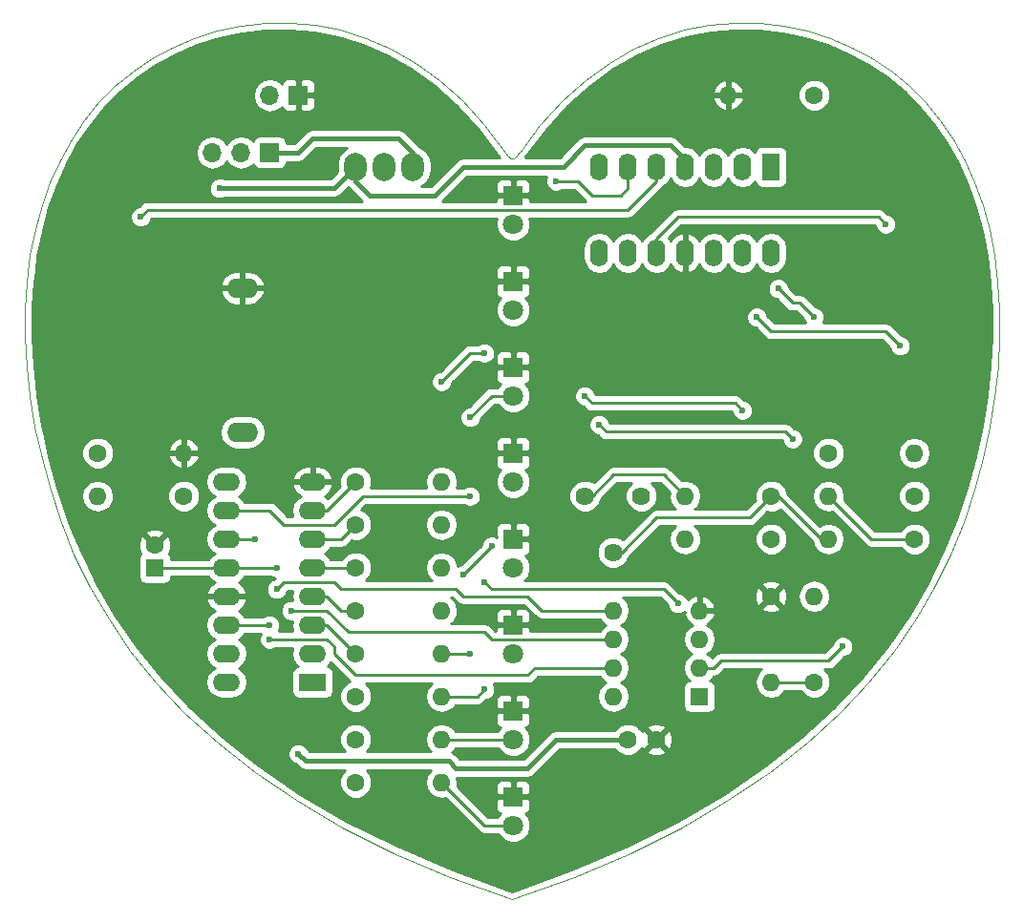
<source format=gbr>
G04 #@! TF.FileFunction,Copper,L2,Bot,Signal*
%FSLAX46Y46*%
G04 Gerber Fmt 4.6, Leading zero omitted, Abs format (unit mm)*
G04 Created by KiCad (PCBNEW 4.0.7) date 11/09/18 11:24:19*
%MOMM*%
%LPD*%
G01*
G04 APERTURE LIST*
%ADD10C,0.100000*%
%ADD11O,2.750000X1.750000*%
%ADD12O,2.000000X2.500000*%
%ADD13R,1.700000X1.700000*%
%ADD14O,1.700000X1.700000*%
%ADD15C,1.620000*%
%ADD16C,1.600000*%
%ADD17O,1.600000X1.600000*%
%ADD18R,1.800000X1.800000*%
%ADD19C,1.800000*%
%ADD20R,1.600000X1.600000*%
%ADD21R,1.600000X2.400000*%
%ADD22O,1.600000X2.400000*%
%ADD23R,2.400000X1.600000*%
%ADD24O,2.400000X1.600000*%
%ADD25C,0.600000*%
%ADD26C,0.400000*%
%ADD27C,0.250000*%
%ADD28C,0.254000*%
G04 APERTURE END LIST*
D10*
X149092301Y-78771685D02*
X149124258Y-78727400D01*
X149060344Y-78815736D02*
X149092301Y-78771685D01*
X149028388Y-78859320D02*
X149060344Y-78815736D01*
X148996431Y-78902206D02*
X149028388Y-78859320D01*
X148964474Y-78944159D02*
X148996431Y-78902206D01*
X148932517Y-78984946D02*
X148964474Y-78944159D01*
X148900560Y-79024335D02*
X148932517Y-78984946D01*
X148868603Y-79062091D02*
X148900560Y-79024335D01*
X148836647Y-79097983D02*
X148868603Y-79062091D01*
X148804690Y-79131777D02*
X148836647Y-79097983D01*
X148772733Y-79163239D02*
X148804690Y-79131777D01*
X148740776Y-79192137D02*
X148772733Y-79163239D01*
X148708819Y-79218237D02*
X148740776Y-79192137D01*
X148676863Y-79241307D02*
X148708819Y-79218237D01*
X148644906Y-79261113D02*
X148676863Y-79241307D01*
X148612949Y-79277422D02*
X148644906Y-79261113D01*
X148580992Y-79290001D02*
X148612949Y-79277422D01*
X148549035Y-79298617D02*
X148580992Y-79290001D01*
X148517078Y-79303037D02*
X148549035Y-79298617D01*
X148485122Y-79303037D02*
X148517078Y-79303037D01*
X148453165Y-79298617D02*
X148485122Y-79303037D01*
X148421208Y-79290001D02*
X148453165Y-79298617D01*
X148389251Y-79277422D02*
X148421208Y-79290001D01*
X148357294Y-79261113D02*
X148389251Y-79277422D01*
X148325337Y-79241307D02*
X148357294Y-79261113D01*
X148293381Y-79218237D02*
X148325337Y-79241307D01*
X148261424Y-79192137D02*
X148293381Y-79218237D01*
X148229467Y-79163239D02*
X148261424Y-79192137D01*
X148197510Y-79131777D02*
X148229467Y-79163239D01*
X148165553Y-79097983D02*
X148197510Y-79131777D01*
X148133597Y-79062091D02*
X148165553Y-79097983D01*
X148101640Y-79024335D02*
X148133597Y-79062091D01*
X148069683Y-78984946D02*
X148101640Y-79024335D01*
X148037726Y-78944159D02*
X148069683Y-78984946D01*
X148005769Y-78902206D02*
X148037726Y-78944159D01*
X147973812Y-78859320D02*
X148005769Y-78902206D01*
X147941856Y-78815736D02*
X147973812Y-78859320D01*
X147909899Y-78771685D02*
X147941856Y-78815736D01*
X147877942Y-78727400D02*
X147909899Y-78771685D01*
X146024691Y-76265210D02*
X147877942Y-78727400D01*
X144066980Y-74126681D02*
X146024691Y-76265210D01*
X142021176Y-72299991D02*
X144066980Y-74126681D01*
X139903649Y-70773315D02*
X142021176Y-72299991D01*
X137730764Y-69534830D02*
X139903649Y-70773315D01*
X135518890Y-68572714D02*
X137730764Y-69534830D01*
X133284394Y-67875143D02*
X135518890Y-68572714D01*
X131043644Y-67430294D02*
X133284394Y-67875143D01*
X128813008Y-67226344D02*
X131043644Y-67430294D01*
X126608853Y-67251469D02*
X128813008Y-67226344D01*
X124447546Y-67493847D02*
X126608853Y-67251469D01*
X122345456Y-67941653D02*
X124447546Y-67493847D01*
X120318950Y-68583065D02*
X122345456Y-67941653D01*
X118384396Y-69406260D02*
X120318950Y-68583065D01*
X116558161Y-70399414D02*
X118384396Y-69406260D01*
X114856518Y-71550739D02*
X116558161Y-70399414D01*
X113290051Y-72850505D02*
X114856518Y-71550739D01*
X111860524Y-74292176D02*
X113290051Y-72850505D01*
X110568943Y-75869492D02*
X111860524Y-74292176D01*
X109416314Y-77576191D02*
X110568943Y-75869492D01*
X108403644Y-79406012D02*
X109416314Y-77576191D01*
X107531938Y-81352693D02*
X108403644Y-79406012D01*
X106802203Y-83409973D02*
X107531938Y-81352693D01*
X106215445Y-85571591D02*
X106802203Y-83409973D01*
X105772670Y-87831286D02*
X106215445Y-85571591D01*
X105474884Y-90182796D02*
X105772670Y-87831286D01*
X105323093Y-92619860D02*
X105474884Y-90182796D01*
X105318303Y-95136217D02*
X105323093Y-92619860D01*
X105461521Y-97725605D02*
X105318303Y-95136217D01*
X105753752Y-100381763D02*
X105461521Y-97725605D01*
X106196003Y-103098430D02*
X105753752Y-100381763D01*
X106790359Y-105868984D02*
X106196003Y-103098430D01*
X107551450Y-108682610D02*
X106790359Y-105868984D01*
X108502001Y-111525785D02*
X107551450Y-108682610D01*
X109664872Y-114384945D02*
X108502001Y-111525785D01*
X111062923Y-117246524D02*
X109664872Y-114384945D01*
X112719011Y-120096954D02*
X111062923Y-117246524D01*
X114655998Y-122922671D02*
X112719011Y-120096954D01*
X116896742Y-125710108D02*
X114655998Y-122922671D01*
X119464104Y-128445699D02*
X116896742Y-125710108D01*
X122380941Y-131115878D02*
X119464104Y-128445699D01*
X125670114Y-133707078D02*
X122380941Y-131115878D01*
X129354483Y-136205735D02*
X125670114Y-133707078D01*
X133456907Y-138598282D02*
X129354483Y-136205735D01*
X138000244Y-140871152D02*
X133456907Y-138598282D01*
X143007356Y-143010780D02*
X138000244Y-140871152D01*
X148501100Y-145003600D02*
X143007356Y-143010780D01*
X150977509Y-76265210D02*
X149124258Y-78727400D01*
X152935220Y-74126681D02*
X150977509Y-76265210D01*
X154981024Y-72299991D02*
X152935220Y-74126681D01*
X157098551Y-70773315D02*
X154981024Y-72299991D01*
X159271436Y-69534830D02*
X157098551Y-70773315D01*
X161483310Y-68572714D02*
X159271436Y-69534830D01*
X163717806Y-67875143D02*
X161483310Y-68572714D01*
X165958556Y-67430294D02*
X163717806Y-67875143D01*
X168189192Y-67226344D02*
X165958556Y-67430294D01*
X170393347Y-67251469D02*
X168189192Y-67226344D01*
X172554654Y-67493847D02*
X170393347Y-67251469D01*
X174656744Y-67941653D02*
X172554654Y-67493847D01*
X176683250Y-68583065D02*
X174656744Y-67941653D01*
X178617804Y-69406260D02*
X176683250Y-68583065D01*
X180444039Y-70399414D02*
X178617804Y-69406260D01*
X182145682Y-71550739D02*
X180444039Y-70399414D01*
X183712149Y-72850505D02*
X182145682Y-71550739D01*
X185141676Y-74292176D02*
X183712149Y-72850505D01*
X186433257Y-75869492D02*
X185141676Y-74292176D01*
X187585886Y-77576191D02*
X186433257Y-75869492D01*
X188598556Y-79406012D02*
X187585886Y-77576191D01*
X189470262Y-81352693D02*
X188598556Y-79406012D01*
X190199997Y-83409973D02*
X189470262Y-81352693D01*
X190786755Y-85571591D02*
X190199997Y-83409973D01*
X191229530Y-87831286D02*
X190786755Y-85571591D01*
X191527316Y-90182796D02*
X191229530Y-87831286D01*
X191679107Y-92619860D02*
X191527316Y-90182796D01*
X191683897Y-95136217D02*
X191679107Y-92619860D01*
X191540679Y-97725605D02*
X191683897Y-95136217D01*
X191248448Y-100381763D02*
X191540679Y-97725605D01*
X190806197Y-103098430D02*
X191248448Y-100381763D01*
X190211841Y-105868984D02*
X190806197Y-103098430D01*
X189450750Y-108682610D02*
X190211841Y-105868984D01*
X188500199Y-111525785D02*
X189450750Y-108682610D01*
X187337328Y-114384945D02*
X188500199Y-111525785D01*
X185939277Y-117246524D02*
X187337328Y-114384945D01*
X184283189Y-120096954D02*
X185939277Y-117246524D01*
X182346202Y-122922671D02*
X184283189Y-120096954D01*
X180105458Y-125710108D02*
X182346202Y-122922671D01*
X177538096Y-128445699D02*
X180105458Y-125710108D01*
X174621259Y-131115878D02*
X177538096Y-128445699D01*
X171332086Y-133707078D02*
X174621259Y-131115878D01*
X167647717Y-136205735D02*
X171332086Y-133707078D01*
X163545293Y-138598282D02*
X167647717Y-136205735D01*
X159001956Y-140871152D02*
X163545293Y-138598282D01*
X153994844Y-143010780D02*
X159001956Y-140871152D01*
X148501100Y-145003600D02*
X153994844Y-143010780D01*
D11*
X124590000Y-90755000D03*
X124590000Y-103555000D03*
D12*
X139700000Y-80010000D03*
X137160000Y-80010000D03*
X134620000Y-80010000D03*
D13*
X127000000Y-78740000D03*
D14*
X124460000Y-78740000D03*
X121920000Y-78740000D03*
D15*
X159940000Y-109220000D03*
X157440000Y-114220000D03*
X154940000Y-109220000D03*
D16*
X171450000Y-118110000D03*
D17*
X171450000Y-125730000D03*
D16*
X176530000Y-105410000D03*
D17*
X184150000Y-105410000D03*
D16*
X134620000Y-107950000D03*
D17*
X142240000Y-107950000D03*
D16*
X134620000Y-111760000D03*
D17*
X142240000Y-111760000D03*
D16*
X134620000Y-115570000D03*
D17*
X142240000Y-115570000D03*
D16*
X134620000Y-119380000D03*
D17*
X142240000Y-119380000D03*
D16*
X134620000Y-123190000D03*
D17*
X142240000Y-123190000D03*
D16*
X134620000Y-127000000D03*
D17*
X142240000Y-127000000D03*
D16*
X134620000Y-130810000D03*
D17*
X142240000Y-130810000D03*
D16*
X134620000Y-134620000D03*
D17*
X142240000Y-134620000D03*
D16*
X184150000Y-109220000D03*
D17*
X176530000Y-109220000D03*
D16*
X175260000Y-125730000D03*
D17*
X175260000Y-118110000D03*
D16*
X184150000Y-113030000D03*
D17*
X176530000Y-113030000D03*
D16*
X171450000Y-113030000D03*
D17*
X163830000Y-113030000D03*
D16*
X171450000Y-109220000D03*
D17*
X163830000Y-109220000D03*
D16*
X111760000Y-105410000D03*
D17*
X119380000Y-105410000D03*
D16*
X119380000Y-109220000D03*
D17*
X111760000Y-109220000D03*
D16*
X175260000Y-73660000D03*
D17*
X167640000Y-73660000D03*
D18*
X148590000Y-82550000D03*
D19*
X148590000Y-85090000D03*
D18*
X148590000Y-90170000D03*
D19*
X148590000Y-92710000D03*
D18*
X148590000Y-97790000D03*
D19*
X148590000Y-100330000D03*
D18*
X148590000Y-105410000D03*
D19*
X148590000Y-107950000D03*
D18*
X148590000Y-113030000D03*
D19*
X148590000Y-115570000D03*
D18*
X148590000Y-120650000D03*
D19*
X148590000Y-123190000D03*
D18*
X148590000Y-128270000D03*
D19*
X148590000Y-130810000D03*
D18*
X148590000Y-135890000D03*
D19*
X148590000Y-138430000D03*
D16*
X158750000Y-130810000D03*
X161250000Y-130810000D03*
D20*
X116840000Y-115570000D03*
D16*
X116840000Y-113570000D03*
D13*
X129540000Y-73660000D03*
D14*
X127000000Y-73660000D03*
D20*
X165100000Y-127000000D03*
D17*
X157480000Y-119380000D03*
X165100000Y-124460000D03*
X157480000Y-121920000D03*
X165100000Y-121920000D03*
X157480000Y-124460000D03*
X165100000Y-119380000D03*
X157480000Y-127000000D03*
D21*
X171450000Y-80010000D03*
D22*
X156210000Y-87630000D03*
X168910000Y-80010000D03*
X158750000Y-87630000D03*
X166370000Y-80010000D03*
X161290000Y-87630000D03*
X163830000Y-80010000D03*
X163830000Y-87630000D03*
X161290000Y-80010000D03*
X166370000Y-87630000D03*
X158750000Y-80010000D03*
X168910000Y-87630000D03*
X156210000Y-80010000D03*
X171450000Y-87630000D03*
D23*
X130810000Y-125730000D03*
D24*
X123190000Y-107950000D03*
X130810000Y-123190000D03*
X123190000Y-110490000D03*
X130810000Y-120650000D03*
X123190000Y-113030000D03*
X130810000Y-118110000D03*
X123190000Y-115570000D03*
X130810000Y-115570000D03*
X123190000Y-118110000D03*
X130810000Y-113030000D03*
X123190000Y-120650000D03*
X130810000Y-110490000D03*
X123190000Y-123190000D03*
X130810000Y-107950000D03*
X123190000Y-125730000D03*
D25*
X122555000Y-81915000D03*
X129540000Y-132080000D03*
X130810000Y-86360000D03*
X128905000Y-119380000D03*
X127635000Y-115570000D03*
X146050000Y-126365000D03*
X144780000Y-123190000D03*
X146685000Y-113665000D03*
X144145000Y-116205000D03*
X144780000Y-102235000D03*
X142240000Y-99060000D03*
X146050000Y-96520000D03*
X181610000Y-85090000D03*
X115570000Y-84455000D03*
X152400000Y-81280000D03*
X154940000Y-100330000D03*
X168910000Y-101600000D03*
X156210000Y-102870000D03*
X173355000Y-104140000D03*
X170180000Y-93345000D03*
X182880000Y-95885000D03*
X177800000Y-122555000D03*
X172085000Y-90805000D03*
X175260000Y-93345000D03*
X127000000Y-120650000D03*
X127635000Y-117475000D03*
X163195000Y-118745000D03*
X146050000Y-116840000D03*
X144780000Y-109220000D03*
X125730000Y-113030000D03*
X127000000Y-121920000D03*
D26*
X132715000Y-81915000D02*
X134620000Y-80010000D01*
X122555000Y-81915000D02*
X132715000Y-81915000D01*
X158750000Y-130810000D02*
X152400000Y-130810000D01*
X130175000Y-132715000D02*
X129540000Y-132080000D01*
X142875000Y-132715000D02*
X130175000Y-132715000D01*
X143510000Y-133350000D02*
X142875000Y-132715000D01*
X149860000Y-133350000D02*
X143510000Y-133350000D01*
X152400000Y-130810000D02*
X149860000Y-133350000D01*
X134620000Y-80010000D02*
X134620000Y-81280000D01*
X134620000Y-81280000D02*
X135890000Y-82550000D01*
X135890000Y-82550000D02*
X141605000Y-82550000D01*
X141605000Y-82550000D02*
X144145000Y-80010000D01*
X144145000Y-80010000D02*
X153035000Y-80010000D01*
X153035000Y-80010000D02*
X154940000Y-78105000D01*
X154940000Y-78105000D02*
X162560000Y-78105000D01*
X162560000Y-78105000D02*
X163830000Y-79375000D01*
X163830000Y-79375000D02*
X163830000Y-80010000D01*
D27*
X157480000Y-121920000D02*
X146685000Y-121920000D01*
X132080000Y-119380000D02*
X128905000Y-119380000D01*
X133985000Y-121285000D02*
X132080000Y-119380000D01*
X146050000Y-121285000D02*
X133985000Y-121285000D01*
X146685000Y-121920000D02*
X146050000Y-121285000D01*
X127635000Y-115570000D02*
X123190000Y-115570000D01*
X123190000Y-115570000D02*
X116840000Y-115570000D01*
X148590000Y-138430000D02*
X146050000Y-138430000D01*
X146050000Y-138430000D02*
X142240000Y-134620000D01*
X142240000Y-130810000D02*
X148590000Y-130810000D01*
X142240000Y-127000000D02*
X145415000Y-127000000D01*
X145415000Y-127000000D02*
X146050000Y-126365000D01*
X142240000Y-123190000D02*
X144780000Y-123190000D01*
X144145000Y-116205000D02*
X146685000Y-113665000D01*
X144780000Y-102235000D02*
X146685000Y-100330000D01*
X146685000Y-100330000D02*
X148590000Y-100330000D01*
X142240000Y-99060000D02*
X144780000Y-96520000D01*
X144780000Y-96520000D02*
X146050000Y-96520000D01*
X161290000Y-87630000D02*
X161290000Y-86360000D01*
X180975000Y-84455000D02*
X181610000Y-85090000D01*
X163195000Y-84455000D02*
X180975000Y-84455000D01*
X161290000Y-86360000D02*
X163195000Y-84455000D01*
X161290000Y-80010000D02*
X161290000Y-81280000D01*
X116205000Y-83820000D02*
X115570000Y-84455000D01*
X158750000Y-83820000D02*
X116205000Y-83820000D01*
X161290000Y-81280000D02*
X158750000Y-83820000D01*
X157440000Y-114220000D02*
X158195000Y-114220000D01*
X158195000Y-114220000D02*
X161290000Y-111125000D01*
X161290000Y-111125000D02*
X169545000Y-111125000D01*
X169545000Y-111125000D02*
X171450000Y-109220000D01*
X171450000Y-109220000D02*
X172085000Y-109220000D01*
X172085000Y-109220000D02*
X175895000Y-113030000D01*
X175895000Y-113030000D02*
X176530000Y-113030000D01*
X158750000Y-81915000D02*
X158750000Y-80010000D01*
X158115000Y-82550000D02*
X158750000Y-81915000D01*
X155575000Y-82550000D02*
X158115000Y-82550000D01*
X154305000Y-81280000D02*
X155575000Y-82550000D01*
X152400000Y-81280000D02*
X154305000Y-81280000D01*
X154940000Y-109220000D02*
X155575000Y-109220000D01*
X155575000Y-109220000D02*
X157480000Y-107315000D01*
X157480000Y-107315000D02*
X161925000Y-107315000D01*
X161925000Y-107315000D02*
X163830000Y-109220000D01*
X155575000Y-100965000D02*
X154940000Y-100330000D01*
X168275000Y-100965000D02*
X155575000Y-100965000D01*
X168910000Y-101600000D02*
X168275000Y-100965000D01*
X156845000Y-103505000D02*
X156210000Y-102870000D01*
X172720000Y-103505000D02*
X156845000Y-103505000D01*
X173355000Y-104140000D02*
X172720000Y-103505000D01*
X184150000Y-113030000D02*
X180340000Y-113030000D01*
X180340000Y-113030000D02*
X176530000Y-109220000D01*
X171450000Y-125730000D02*
X175260000Y-125730000D01*
X171450000Y-94615000D02*
X170180000Y-93345000D01*
X181610000Y-94615000D02*
X171450000Y-94615000D01*
X182880000Y-95885000D02*
X181610000Y-94615000D01*
X130810000Y-120650000D02*
X132080000Y-120650000D01*
X132080000Y-120650000D02*
X134620000Y-123190000D01*
X134620000Y-119380000D02*
X133350000Y-119380000D01*
X132080000Y-118110000D02*
X130810000Y-118110000D01*
X133350000Y-119380000D02*
X132080000Y-118110000D01*
X130810000Y-115570000D02*
X134620000Y-115570000D01*
X130810000Y-113030000D02*
X133350000Y-113030000D01*
X133350000Y-113030000D02*
X134620000Y-111760000D01*
X130810000Y-110490000D02*
X132080000Y-110490000D01*
X132080000Y-110490000D02*
X134620000Y-107950000D01*
X165100000Y-124460000D02*
X166370000Y-124460000D01*
X176530000Y-123825000D02*
X177800000Y-122555000D01*
X167005000Y-123825000D02*
X176530000Y-123825000D01*
X166370000Y-124460000D02*
X167005000Y-123825000D01*
X173355000Y-92075000D02*
X172085000Y-90805000D01*
X173990000Y-92075000D02*
X173355000Y-92075000D01*
X175260000Y-93345000D02*
X173990000Y-92075000D01*
D26*
X139700000Y-80010000D02*
X139700000Y-78740000D01*
X129540000Y-78740000D02*
X127000000Y-78740000D01*
X130810000Y-77470000D02*
X129540000Y-78740000D01*
X138430000Y-77470000D02*
X130810000Y-77470000D01*
X139700000Y-78740000D02*
X138430000Y-77470000D01*
D27*
X128270000Y-116840000D02*
X127635000Y-117475000D01*
X157480000Y-119380000D02*
X151130000Y-119380000D01*
X132715000Y-116840000D02*
X128270000Y-116840000D01*
X133350000Y-117475000D02*
X132715000Y-116840000D01*
X143510000Y-117475000D02*
X133350000Y-117475000D01*
X144145000Y-118110000D02*
X143510000Y-117475000D01*
X149860000Y-118110000D02*
X144145000Y-118110000D01*
X151130000Y-119380000D02*
X149860000Y-118110000D01*
X127000000Y-120650000D02*
X123190000Y-120650000D01*
X163195000Y-118745000D02*
X161925000Y-117475000D01*
X161925000Y-117475000D02*
X146685000Y-117475000D01*
X146685000Y-117475000D02*
X146050000Y-116840000D01*
X144780000Y-109220000D02*
X135255000Y-109220000D01*
X135255000Y-109220000D02*
X132715000Y-111760000D01*
X132715000Y-111760000D02*
X128270000Y-111760000D01*
X128270000Y-111760000D02*
X127000000Y-110490000D01*
X127000000Y-110490000D02*
X123190000Y-110490000D01*
X129540000Y-121920000D02*
X127000000Y-121920000D01*
X150495000Y-124460000D02*
X149860000Y-125095000D01*
X149860000Y-125095000D02*
X134620000Y-125095000D01*
X134620000Y-125095000D02*
X132715000Y-123190000D01*
X132715000Y-123190000D02*
X132715000Y-122555000D01*
X132715000Y-122555000D02*
X132080000Y-121920000D01*
X132080000Y-121920000D02*
X129540000Y-121920000D01*
X157480000Y-124460000D02*
X150495000Y-124460000D01*
X125730000Y-113030000D02*
X123190000Y-113030000D01*
D28*
G36*
X170351161Y-67936032D02*
X172444857Y-68170828D01*
X174481620Y-68604717D01*
X176445251Y-69226229D01*
X178319385Y-70023713D01*
X180087645Y-70985339D01*
X181734063Y-72099299D01*
X183249151Y-73356433D01*
X184632323Y-74751355D01*
X185883260Y-76279035D01*
X187001238Y-77934427D01*
X187985202Y-79712376D01*
X188833857Y-81607582D01*
X189545725Y-83614493D01*
X190119253Y-85727371D01*
X190552863Y-87940294D01*
X190845000Y-90247190D01*
X190994147Y-92641817D01*
X190998861Y-95117937D01*
X190857752Y-97669190D01*
X190569499Y-100289203D01*
X190132847Y-102971474D01*
X189545874Y-105707611D01*
X188794747Y-108484404D01*
X187857459Y-111287909D01*
X186711600Y-114105240D01*
X185334616Y-116923699D01*
X183703739Y-119730736D01*
X181795955Y-122513850D01*
X179588013Y-125260481D01*
X177056399Y-127957981D01*
X174177428Y-130593496D01*
X170927387Y-133153868D01*
X167282508Y-135625744D01*
X163219180Y-137995490D01*
X158713873Y-140249335D01*
X153743273Y-142373361D01*
X148501100Y-144274925D01*
X143258927Y-142373361D01*
X138288327Y-140249335D01*
X133783020Y-137995490D01*
X129719688Y-135625742D01*
X126074806Y-133153863D01*
X124946729Y-132265167D01*
X128604838Y-132265167D01*
X128746883Y-132608943D01*
X129009673Y-132872192D01*
X129251910Y-132972778D01*
X129584566Y-133305434D01*
X129855460Y-133486440D01*
X130175000Y-133550000D01*
X133660700Y-133550000D01*
X133404176Y-133806077D01*
X133185250Y-134333309D01*
X133184752Y-134904187D01*
X133402757Y-135431800D01*
X133806077Y-135835824D01*
X134333309Y-136054750D01*
X134904187Y-136055248D01*
X135431800Y-135837243D01*
X135835824Y-135433923D01*
X136054750Y-134906691D01*
X136055248Y-134335813D01*
X135837243Y-133808200D01*
X135579493Y-133550000D01*
X141279954Y-133550000D01*
X141197189Y-133605302D01*
X140886120Y-134070849D01*
X140776887Y-134620000D01*
X140886120Y-135169151D01*
X141197189Y-135634698D01*
X141662736Y-135945767D01*
X142211887Y-136055000D01*
X142268113Y-136055000D01*
X142545102Y-135999904D01*
X145512599Y-138967401D01*
X145759161Y-139132148D01*
X146050000Y-139190000D01*
X147243154Y-139190000D01*
X147287932Y-139298371D01*
X147719357Y-139730551D01*
X148283330Y-139964733D01*
X148893991Y-139965265D01*
X149458371Y-139732068D01*
X149890551Y-139300643D01*
X150124733Y-138736670D01*
X150125265Y-138126009D01*
X149892068Y-137561629D01*
X149714908Y-137384159D01*
X149849699Y-137328327D01*
X150028327Y-137149698D01*
X150125000Y-136916309D01*
X150125000Y-136175750D01*
X149966250Y-136017000D01*
X148717000Y-136017000D01*
X148717000Y-136037000D01*
X148463000Y-136037000D01*
X148463000Y-136017000D01*
X147213750Y-136017000D01*
X147055000Y-136175750D01*
X147055000Y-136916309D01*
X147151673Y-137149698D01*
X147330301Y-137328327D01*
X147464994Y-137384119D01*
X147289449Y-137559357D01*
X147243506Y-137670000D01*
X146364802Y-137670000D01*
X143638688Y-134943886D01*
X143654639Y-134863691D01*
X147055000Y-134863691D01*
X147055000Y-135604250D01*
X147213750Y-135763000D01*
X148463000Y-135763000D01*
X148463000Y-134513750D01*
X148717000Y-134513750D01*
X148717000Y-135763000D01*
X149966250Y-135763000D01*
X150125000Y-135604250D01*
X150125000Y-134863691D01*
X150028327Y-134630302D01*
X149849699Y-134451673D01*
X149616310Y-134355000D01*
X148875750Y-134355000D01*
X148717000Y-134513750D01*
X148463000Y-134513750D01*
X148304250Y-134355000D01*
X147563690Y-134355000D01*
X147330301Y-134451673D01*
X147151673Y-134630302D01*
X147055000Y-134863691D01*
X143654639Y-134863691D01*
X143703113Y-134620000D01*
X143616586Y-134185000D01*
X149860000Y-134185000D01*
X150179541Y-134121439D01*
X150450434Y-133940434D01*
X152745868Y-131645000D01*
X157555917Y-131645000D01*
X157936077Y-132025824D01*
X158463309Y-132244750D01*
X159034187Y-132245248D01*
X159561800Y-132027243D01*
X159771663Y-131817745D01*
X160421861Y-131817745D01*
X160495995Y-132063864D01*
X161033223Y-132256965D01*
X161603454Y-132229778D01*
X162004005Y-132063864D01*
X162078139Y-131817745D01*
X161250000Y-130989605D01*
X160421861Y-131817745D01*
X159771663Y-131817745D01*
X159965824Y-131623923D01*
X159993423Y-131557456D01*
X159996136Y-131564005D01*
X160242255Y-131638139D01*
X161070395Y-130810000D01*
X161429605Y-130810000D01*
X162257745Y-131638139D01*
X162503864Y-131564005D01*
X162696965Y-131026777D01*
X162669778Y-130456546D01*
X162503864Y-130055995D01*
X162257745Y-129981861D01*
X161429605Y-130810000D01*
X161070395Y-130810000D01*
X160242255Y-129981861D01*
X159996136Y-130055995D01*
X159993804Y-130062483D01*
X159967243Y-129998200D01*
X159771640Y-129802255D01*
X160421861Y-129802255D01*
X161250000Y-130630395D01*
X162078139Y-129802255D01*
X162004005Y-129556136D01*
X161466777Y-129363035D01*
X160896546Y-129390222D01*
X160495995Y-129556136D01*
X160421861Y-129802255D01*
X159771640Y-129802255D01*
X159563923Y-129594176D01*
X159036691Y-129375250D01*
X158465813Y-129374752D01*
X157938200Y-129592757D01*
X157555290Y-129975000D01*
X152400000Y-129975000D01*
X152080459Y-130038561D01*
X151976758Y-130107852D01*
X151809566Y-130219566D01*
X149514132Y-132515000D01*
X143855868Y-132515000D01*
X143465434Y-132124566D01*
X143374587Y-132063864D01*
X143194541Y-131943561D01*
X143125479Y-131929824D01*
X143282811Y-131824698D01*
X143452995Y-131570000D01*
X147243154Y-131570000D01*
X147287932Y-131678371D01*
X147719357Y-132110551D01*
X148283330Y-132344733D01*
X148893991Y-132345265D01*
X149458371Y-132112068D01*
X149890551Y-131680643D01*
X150124733Y-131116670D01*
X150125265Y-130506009D01*
X149892068Y-129941629D01*
X149714908Y-129764159D01*
X149849699Y-129708327D01*
X150028327Y-129529698D01*
X150125000Y-129296309D01*
X150125000Y-128555750D01*
X149966250Y-128397000D01*
X148717000Y-128397000D01*
X148717000Y-128417000D01*
X148463000Y-128417000D01*
X148463000Y-128397000D01*
X147213750Y-128397000D01*
X147055000Y-128555750D01*
X147055000Y-129296309D01*
X147151673Y-129529698D01*
X147330301Y-129708327D01*
X147464994Y-129764119D01*
X147289449Y-129939357D01*
X147243506Y-130050000D01*
X143452995Y-130050000D01*
X143282811Y-129795302D01*
X142817264Y-129484233D01*
X142268113Y-129375000D01*
X142211887Y-129375000D01*
X141662736Y-129484233D01*
X141197189Y-129795302D01*
X140886120Y-130260849D01*
X140776887Y-130810000D01*
X140886120Y-131359151D01*
X141197189Y-131824698D01*
X141279954Y-131880000D01*
X135579300Y-131880000D01*
X135835824Y-131623923D01*
X136054750Y-131096691D01*
X136055248Y-130525813D01*
X135837243Y-129998200D01*
X135433923Y-129594176D01*
X134906691Y-129375250D01*
X134335813Y-129374752D01*
X133808200Y-129592757D01*
X133404176Y-129996077D01*
X133185250Y-130523309D01*
X133184752Y-131094187D01*
X133402757Y-131621800D01*
X133660507Y-131880000D01*
X130520868Y-131880000D01*
X130432535Y-131791667D01*
X130333117Y-131551057D01*
X130070327Y-131287808D01*
X129726799Y-131145162D01*
X129354833Y-131144838D01*
X129011057Y-131286883D01*
X128747808Y-131549673D01*
X128605162Y-131893201D01*
X128604838Y-132265167D01*
X124946729Y-132265167D01*
X122824765Y-130593491D01*
X119945807Y-127957987D01*
X117414187Y-125260481D01*
X115206233Y-122513835D01*
X113298457Y-119730729D01*
X111667584Y-116923699D01*
X110615375Y-114770000D01*
X115392560Y-114770000D01*
X115392560Y-116370000D01*
X115436838Y-116605317D01*
X115575910Y-116821441D01*
X115788110Y-116966431D01*
X116040000Y-117017440D01*
X117640000Y-117017440D01*
X117875317Y-116973162D01*
X118091441Y-116834090D01*
X118236431Y-116621890D01*
X118287440Y-116370000D01*
X118287440Y-116330000D01*
X121569168Y-116330000D01*
X121739352Y-116584698D01*
X122117707Y-116837507D01*
X121685500Y-117185104D01*
X121415633Y-117678181D01*
X121398096Y-117760961D01*
X121520085Y-117983000D01*
X123063000Y-117983000D01*
X123063000Y-117963000D01*
X123317000Y-117963000D01*
X123317000Y-117983000D01*
X124859915Y-117983000D01*
X124981904Y-117760961D01*
X124964367Y-117678181D01*
X124694500Y-117185104D01*
X124262293Y-116837507D01*
X124640648Y-116584698D01*
X124810832Y-116330000D01*
X127072537Y-116330000D01*
X127104673Y-116362192D01*
X127448201Y-116504838D01*
X127530288Y-116504910D01*
X127495320Y-116539878D01*
X127449833Y-116539838D01*
X127106057Y-116681883D01*
X126842808Y-116944673D01*
X126700162Y-117288201D01*
X126699838Y-117660167D01*
X126841883Y-118003943D01*
X127104673Y-118267192D01*
X127448201Y-118409838D01*
X127820167Y-118410162D01*
X128163943Y-118268117D01*
X128427192Y-118005327D01*
X128569838Y-117661799D01*
X128569879Y-117614923D01*
X128584802Y-117600000D01*
X129040495Y-117600000D01*
X128939050Y-118110000D01*
X129005703Y-118445087D01*
X128719833Y-118444838D01*
X128376057Y-118586883D01*
X128112808Y-118849673D01*
X127970162Y-119193201D01*
X127969838Y-119565167D01*
X128111883Y-119908943D01*
X128374673Y-120172192D01*
X128718201Y-120314838D01*
X129005668Y-120315088D01*
X128939050Y-120650000D01*
X129040495Y-121160000D01*
X127800633Y-121160000D01*
X127934838Y-120836799D01*
X127935162Y-120464833D01*
X127793117Y-120121057D01*
X127530327Y-119857808D01*
X127186799Y-119715162D01*
X126814833Y-119714838D01*
X126471057Y-119856883D01*
X126437882Y-119890000D01*
X124810832Y-119890000D01*
X124640648Y-119635302D01*
X124262293Y-119382493D01*
X124694500Y-119034896D01*
X124964367Y-118541819D01*
X124981904Y-118459039D01*
X124859915Y-118237000D01*
X123317000Y-118237000D01*
X123317000Y-118257000D01*
X123063000Y-118257000D01*
X123063000Y-118237000D01*
X121520085Y-118237000D01*
X121398096Y-118459039D01*
X121415633Y-118541819D01*
X121685500Y-119034896D01*
X122117707Y-119382493D01*
X121739352Y-119635302D01*
X121428283Y-120100849D01*
X121319050Y-120650000D01*
X121428283Y-121199151D01*
X121739352Y-121664698D01*
X122121438Y-121920000D01*
X121739352Y-122175302D01*
X121428283Y-122640849D01*
X121319050Y-123190000D01*
X121428283Y-123739151D01*
X121739352Y-124204698D01*
X122121438Y-124460000D01*
X121739352Y-124715302D01*
X121428283Y-125180849D01*
X121319050Y-125730000D01*
X121428283Y-126279151D01*
X121739352Y-126744698D01*
X122204899Y-127055767D01*
X122754050Y-127165000D01*
X123625950Y-127165000D01*
X124175101Y-127055767D01*
X124640648Y-126744698D01*
X124951717Y-126279151D01*
X125060950Y-125730000D01*
X124951717Y-125180849D01*
X124640648Y-124715302D01*
X124258562Y-124460000D01*
X124640648Y-124204698D01*
X124951717Y-123739151D01*
X125060950Y-123190000D01*
X124951717Y-122640849D01*
X124640648Y-122175302D01*
X124258562Y-121920000D01*
X124640648Y-121664698D01*
X124810832Y-121410000D01*
X126199367Y-121410000D01*
X126065162Y-121733201D01*
X126064838Y-122105167D01*
X126206883Y-122448943D01*
X126469673Y-122712192D01*
X126813201Y-122854838D01*
X127185167Y-122855162D01*
X127528943Y-122713117D01*
X127562118Y-122680000D01*
X129040495Y-122680000D01*
X128939050Y-123190000D01*
X129048283Y-123739151D01*
X129359352Y-124204698D01*
X129505350Y-124302251D01*
X129374683Y-124326838D01*
X129158559Y-124465910D01*
X129013569Y-124678110D01*
X128962560Y-124930000D01*
X128962560Y-126530000D01*
X129006838Y-126765317D01*
X129145910Y-126981441D01*
X129358110Y-127126431D01*
X129610000Y-127177440D01*
X132010000Y-127177440D01*
X132245317Y-127133162D01*
X132461441Y-126994090D01*
X132606431Y-126781890D01*
X132657440Y-126530000D01*
X132657440Y-124930000D01*
X132613162Y-124694683D01*
X132474090Y-124478559D01*
X132261890Y-124333569D01*
X132112926Y-124303403D01*
X132260648Y-124204698D01*
X132418562Y-123968364D01*
X134082599Y-125632401D01*
X134116793Y-125655249D01*
X133808200Y-125782757D01*
X133404176Y-126186077D01*
X133185250Y-126713309D01*
X133184752Y-127284187D01*
X133402757Y-127811800D01*
X133806077Y-128215824D01*
X134333309Y-128434750D01*
X134904187Y-128435248D01*
X135431800Y-128217243D01*
X135835824Y-127813923D01*
X136054750Y-127286691D01*
X136055248Y-126715813D01*
X135837243Y-126188200D01*
X135504624Y-125855000D01*
X141392199Y-125855000D01*
X141197189Y-125985302D01*
X140886120Y-126450849D01*
X140776887Y-127000000D01*
X140886120Y-127549151D01*
X141197189Y-128014698D01*
X141662736Y-128325767D01*
X142211887Y-128435000D01*
X142268113Y-128435000D01*
X142817264Y-128325767D01*
X143282811Y-128014698D01*
X143452995Y-127760000D01*
X145415000Y-127760000D01*
X145705839Y-127702148D01*
X145952401Y-127537401D01*
X146189680Y-127300122D01*
X146235167Y-127300162D01*
X146371837Y-127243691D01*
X147055000Y-127243691D01*
X147055000Y-127984250D01*
X147213750Y-128143000D01*
X148463000Y-128143000D01*
X148463000Y-126893750D01*
X148717000Y-126893750D01*
X148717000Y-128143000D01*
X149966250Y-128143000D01*
X150125000Y-127984250D01*
X150125000Y-127243691D01*
X150028327Y-127010302D01*
X149849699Y-126831673D01*
X149616310Y-126735000D01*
X148875750Y-126735000D01*
X148717000Y-126893750D01*
X148463000Y-126893750D01*
X148304250Y-126735000D01*
X147563690Y-126735000D01*
X147330301Y-126831673D01*
X147151673Y-127010302D01*
X147055000Y-127243691D01*
X146371837Y-127243691D01*
X146578943Y-127158117D01*
X146842192Y-126895327D01*
X146984838Y-126551799D01*
X146985162Y-126179833D01*
X146850944Y-125855000D01*
X149860000Y-125855000D01*
X150150839Y-125797148D01*
X150397401Y-125632401D01*
X150809802Y-125220000D01*
X156267005Y-125220000D01*
X156437189Y-125474698D01*
X156819275Y-125730000D01*
X156437189Y-125985302D01*
X156126120Y-126450849D01*
X156016887Y-127000000D01*
X156126120Y-127549151D01*
X156437189Y-128014698D01*
X156902736Y-128325767D01*
X157451887Y-128435000D01*
X157508113Y-128435000D01*
X158057264Y-128325767D01*
X158522811Y-128014698D01*
X158833880Y-127549151D01*
X158943113Y-127000000D01*
X158833880Y-126450849D01*
X158522811Y-125985302D01*
X158140725Y-125730000D01*
X158522811Y-125474698D01*
X158833880Y-125009151D01*
X158943113Y-124460000D01*
X158833880Y-123910849D01*
X158522811Y-123445302D01*
X158140725Y-123190000D01*
X158522811Y-122934698D01*
X158833880Y-122469151D01*
X158943113Y-121920000D01*
X158833880Y-121370849D01*
X158522811Y-120905302D01*
X158140725Y-120650000D01*
X158522811Y-120394698D01*
X158833880Y-119929151D01*
X158943113Y-119380000D01*
X158833880Y-118830849D01*
X158522811Y-118365302D01*
X158327801Y-118235000D01*
X161610198Y-118235000D01*
X162259878Y-118884680D01*
X162259838Y-118930167D01*
X162401883Y-119273943D01*
X162664673Y-119537192D01*
X163008201Y-119679838D01*
X163380167Y-119680162D01*
X163723943Y-119538117D01*
X163755112Y-119507002D01*
X163830084Y-119507002D01*
X163708096Y-119729039D01*
X163868959Y-120117423D01*
X164244866Y-120532389D01*
X164461703Y-120635014D01*
X164057189Y-120905302D01*
X163746120Y-121370849D01*
X163636887Y-121920000D01*
X163746120Y-122469151D01*
X164057189Y-122934698D01*
X164439275Y-123190000D01*
X164057189Y-123445302D01*
X163746120Y-123910849D01*
X163636887Y-124460000D01*
X163746120Y-125009151D01*
X164057189Y-125474698D01*
X164201465Y-125571101D01*
X164064683Y-125596838D01*
X163848559Y-125735910D01*
X163703569Y-125948110D01*
X163652560Y-126200000D01*
X163652560Y-127800000D01*
X163696838Y-128035317D01*
X163835910Y-128251441D01*
X164048110Y-128396431D01*
X164300000Y-128447440D01*
X165900000Y-128447440D01*
X166135317Y-128403162D01*
X166351441Y-128264090D01*
X166496431Y-128051890D01*
X166547440Y-127800000D01*
X166547440Y-126200000D01*
X166503162Y-125964683D01*
X166364090Y-125748559D01*
X166151890Y-125603569D01*
X165996911Y-125572185D01*
X166142811Y-125474698D01*
X166312995Y-125220000D01*
X166370000Y-125220000D01*
X166660839Y-125162148D01*
X166907401Y-124997401D01*
X167319802Y-124585000D01*
X170588238Y-124585000D01*
X170435302Y-124687189D01*
X170124233Y-125152736D01*
X170015000Y-125701887D01*
X170015000Y-125758113D01*
X170124233Y-126307264D01*
X170435302Y-126772811D01*
X170900849Y-127083880D01*
X171450000Y-127193113D01*
X171999151Y-127083880D01*
X172464698Y-126772811D01*
X172653667Y-126490000D01*
X174021354Y-126490000D01*
X174042757Y-126541800D01*
X174446077Y-126945824D01*
X174973309Y-127164750D01*
X175544187Y-127165248D01*
X176071800Y-126947243D01*
X176475824Y-126543923D01*
X176694750Y-126016691D01*
X176695248Y-125445813D01*
X176477243Y-124918200D01*
X176144624Y-124585000D01*
X176530000Y-124585000D01*
X176820839Y-124527148D01*
X177067401Y-124362401D01*
X177939680Y-123490122D01*
X177985167Y-123490162D01*
X178328943Y-123348117D01*
X178592192Y-123085327D01*
X178734838Y-122741799D01*
X178735162Y-122369833D01*
X178593117Y-122026057D01*
X178330327Y-121762808D01*
X177986799Y-121620162D01*
X177614833Y-121619838D01*
X177271057Y-121761883D01*
X177007808Y-122024673D01*
X176865162Y-122368201D01*
X176865121Y-122415077D01*
X176215198Y-123065000D01*
X167005000Y-123065000D01*
X166714161Y-123122852D01*
X166467599Y-123287599D01*
X166209736Y-123545462D01*
X166142811Y-123445302D01*
X165760725Y-123190000D01*
X166142811Y-122934698D01*
X166453880Y-122469151D01*
X166563113Y-121920000D01*
X166453880Y-121370849D01*
X166142811Y-120905302D01*
X165738297Y-120635014D01*
X165955134Y-120532389D01*
X166331041Y-120117423D01*
X166491904Y-119729039D01*
X166369915Y-119507000D01*
X165227000Y-119507000D01*
X165227000Y-119527000D01*
X164973000Y-119527000D01*
X164973000Y-119507000D01*
X164953000Y-119507000D01*
X164953000Y-119253000D01*
X164973000Y-119253000D01*
X164973000Y-118109371D01*
X165227000Y-118109371D01*
X165227000Y-119253000D01*
X166369915Y-119253000D01*
X166444224Y-119117745D01*
X170621861Y-119117745D01*
X170695995Y-119363864D01*
X171233223Y-119556965D01*
X171803454Y-119529778D01*
X172204005Y-119363864D01*
X172278139Y-119117745D01*
X171450000Y-118289605D01*
X170621861Y-119117745D01*
X166444224Y-119117745D01*
X166491904Y-119030961D01*
X166331041Y-118642577D01*
X165955134Y-118227611D01*
X165449041Y-117988086D01*
X165227000Y-118109371D01*
X164973000Y-118109371D01*
X164750959Y-117988086D01*
X164244866Y-118227611D01*
X164071821Y-118418636D01*
X163988117Y-118216057D01*
X163725327Y-117952808D01*
X163581832Y-117893223D01*
X170003035Y-117893223D01*
X170030222Y-118463454D01*
X170196136Y-118864005D01*
X170442255Y-118938139D01*
X171270395Y-118110000D01*
X171629605Y-118110000D01*
X172457745Y-118938139D01*
X172703864Y-118864005D01*
X172896965Y-118326777D01*
X172885290Y-118081887D01*
X173825000Y-118081887D01*
X173825000Y-118138113D01*
X173934233Y-118687264D01*
X174245302Y-119152811D01*
X174710849Y-119463880D01*
X175260000Y-119573113D01*
X175809151Y-119463880D01*
X176274698Y-119152811D01*
X176585767Y-118687264D01*
X176695000Y-118138113D01*
X176695000Y-118081887D01*
X176585767Y-117532736D01*
X176274698Y-117067189D01*
X175809151Y-116756120D01*
X175260000Y-116646887D01*
X174710849Y-116756120D01*
X174245302Y-117067189D01*
X173934233Y-117532736D01*
X173825000Y-118081887D01*
X172885290Y-118081887D01*
X172869778Y-117756546D01*
X172703864Y-117355995D01*
X172457745Y-117281861D01*
X171629605Y-118110000D01*
X171270395Y-118110000D01*
X170442255Y-117281861D01*
X170196136Y-117355995D01*
X170003035Y-117893223D01*
X163581832Y-117893223D01*
X163381799Y-117810162D01*
X163334923Y-117810121D01*
X162627057Y-117102255D01*
X170621861Y-117102255D01*
X171450000Y-117930395D01*
X172278139Y-117102255D01*
X172204005Y-116856136D01*
X171666777Y-116663035D01*
X171096546Y-116690222D01*
X170695995Y-116856136D01*
X170621861Y-117102255D01*
X162627057Y-117102255D01*
X162462401Y-116937599D01*
X162215839Y-116772852D01*
X161925000Y-116715000D01*
X149615714Y-116715000D01*
X149890551Y-116440643D01*
X150124733Y-115876670D01*
X150125265Y-115266009D01*
X149892068Y-114701629D01*
X149714908Y-114524159D01*
X149849699Y-114468327D01*
X150028327Y-114289698D01*
X150125000Y-114056309D01*
X150125000Y-113315750D01*
X149966250Y-113157000D01*
X148717000Y-113157000D01*
X148717000Y-113177000D01*
X148463000Y-113177000D01*
X148463000Y-113157000D01*
X148443000Y-113157000D01*
X148443000Y-112903000D01*
X148463000Y-112903000D01*
X148463000Y-111653750D01*
X148717000Y-111653750D01*
X148717000Y-112903000D01*
X149966250Y-112903000D01*
X150125000Y-112744250D01*
X150125000Y-112003691D01*
X150028327Y-111770302D01*
X149849699Y-111591673D01*
X149616310Y-111495000D01*
X148875750Y-111495000D01*
X148717000Y-111653750D01*
X148463000Y-111653750D01*
X148304250Y-111495000D01*
X147563690Y-111495000D01*
X147330301Y-111591673D01*
X147151673Y-111770302D01*
X147055000Y-112003691D01*
X147055000Y-112744250D01*
X147160999Y-112850249D01*
X146871799Y-112730162D01*
X146499833Y-112729838D01*
X146156057Y-112871883D01*
X145892808Y-113134673D01*
X145750162Y-113478201D01*
X145750121Y-113525077D01*
X144005320Y-115269878D01*
X143959833Y-115269838D01*
X143667439Y-115390653D01*
X143593880Y-115020849D01*
X143282811Y-114555302D01*
X142817264Y-114244233D01*
X142268113Y-114135000D01*
X142211887Y-114135000D01*
X141662736Y-114244233D01*
X141197189Y-114555302D01*
X140886120Y-115020849D01*
X140776887Y-115570000D01*
X140886120Y-116119151D01*
X141197189Y-116584698D01*
X141392199Y-116715000D01*
X135504169Y-116715000D01*
X135835824Y-116383923D01*
X136054750Y-115856691D01*
X136055248Y-115285813D01*
X135837243Y-114758200D01*
X135433923Y-114354176D01*
X134906691Y-114135250D01*
X134335813Y-114134752D01*
X133808200Y-114352757D01*
X133404176Y-114756077D01*
X133381785Y-114810000D01*
X132430832Y-114810000D01*
X132260648Y-114555302D01*
X131878562Y-114300000D01*
X132260648Y-114044698D01*
X132430832Y-113790000D01*
X133350000Y-113790000D01*
X133640839Y-113732148D01*
X133887401Y-113567401D01*
X134281546Y-113173256D01*
X134333309Y-113194750D01*
X134904187Y-113195248D01*
X135431800Y-112977243D01*
X135835824Y-112573923D01*
X136054750Y-112046691D01*
X136055000Y-111760000D01*
X140776887Y-111760000D01*
X140886120Y-112309151D01*
X141197189Y-112774698D01*
X141662736Y-113085767D01*
X142211887Y-113195000D01*
X142268113Y-113195000D01*
X142817264Y-113085767D01*
X143282811Y-112774698D01*
X143593880Y-112309151D01*
X143703113Y-111760000D01*
X143593880Y-111210849D01*
X143282811Y-110745302D01*
X142817264Y-110434233D01*
X142268113Y-110325000D01*
X142211887Y-110325000D01*
X141662736Y-110434233D01*
X141197189Y-110745302D01*
X140886120Y-111210849D01*
X140776887Y-111760000D01*
X136055000Y-111760000D01*
X136055248Y-111475813D01*
X135837243Y-110948200D01*
X135433923Y-110544176D01*
X135131290Y-110418512D01*
X135569802Y-109980000D01*
X144217537Y-109980000D01*
X144249673Y-110012192D01*
X144593201Y-110154838D01*
X144965167Y-110155162D01*
X145308943Y-110013117D01*
X145572192Y-109750327D01*
X145673576Y-109506167D01*
X153494750Y-109506167D01*
X153714275Y-110037457D01*
X154120405Y-110444297D01*
X154651311Y-110664748D01*
X155226167Y-110665250D01*
X155757457Y-110445725D01*
X156164297Y-110039595D01*
X156384748Y-109508689D01*
X156384769Y-109485033D01*
X157794802Y-108075000D01*
X159041677Y-108075000D01*
X158715703Y-108400405D01*
X158495252Y-108931311D01*
X158494750Y-109506167D01*
X158714275Y-110037457D01*
X159120405Y-110444297D01*
X159651311Y-110664748D01*
X160226167Y-110665250D01*
X160757457Y-110445725D01*
X161164297Y-110039595D01*
X161384748Y-109508689D01*
X161385250Y-108933833D01*
X161165725Y-108402543D01*
X160838754Y-108075000D01*
X161610198Y-108075000D01*
X162431312Y-108896114D01*
X162366887Y-109220000D01*
X162476120Y-109769151D01*
X162787189Y-110234698D01*
X162982199Y-110365000D01*
X161290000Y-110365000D01*
X160999161Y-110422852D01*
X160752599Y-110587599D01*
X158302008Y-113038190D01*
X158259595Y-112995703D01*
X157728689Y-112775252D01*
X157153833Y-112774750D01*
X156622543Y-112994275D01*
X156215703Y-113400405D01*
X155995252Y-113931311D01*
X155994750Y-114506167D01*
X156214275Y-115037457D01*
X156620405Y-115444297D01*
X157151311Y-115664748D01*
X157726167Y-115665250D01*
X158257457Y-115445725D01*
X158664297Y-115039595D01*
X158816320Y-114673482D01*
X161604802Y-111885000D01*
X162982199Y-111885000D01*
X162787189Y-112015302D01*
X162476120Y-112480849D01*
X162366887Y-113030000D01*
X162476120Y-113579151D01*
X162787189Y-114044698D01*
X163252736Y-114355767D01*
X163801887Y-114465000D01*
X163858113Y-114465000D01*
X164407264Y-114355767D01*
X164872811Y-114044698D01*
X165183880Y-113579151D01*
X165236584Y-113314187D01*
X170014752Y-113314187D01*
X170232757Y-113841800D01*
X170636077Y-114245824D01*
X171163309Y-114464750D01*
X171734187Y-114465248D01*
X172261800Y-114247243D01*
X172665824Y-113843923D01*
X172884750Y-113316691D01*
X172885248Y-112745813D01*
X172667243Y-112218200D01*
X172263923Y-111814176D01*
X171736691Y-111595250D01*
X171165813Y-111594752D01*
X170638200Y-111812757D01*
X170234176Y-112216077D01*
X170015250Y-112743309D01*
X170014752Y-113314187D01*
X165236584Y-113314187D01*
X165293113Y-113030000D01*
X165183880Y-112480849D01*
X164872811Y-112015302D01*
X164677801Y-111885000D01*
X169545000Y-111885000D01*
X169835839Y-111827148D01*
X170082401Y-111662401D01*
X171111546Y-110633256D01*
X171163309Y-110654750D01*
X171734187Y-110655248D01*
X172237487Y-110447289D01*
X175128141Y-113337943D01*
X175176120Y-113579151D01*
X175487189Y-114044698D01*
X175952736Y-114355767D01*
X176501887Y-114465000D01*
X176558113Y-114465000D01*
X177107264Y-114355767D01*
X177572811Y-114044698D01*
X177883880Y-113579151D01*
X177993113Y-113030000D01*
X177883880Y-112480849D01*
X177572811Y-112015302D01*
X177107264Y-111704233D01*
X176558113Y-111595000D01*
X176501887Y-111595000D01*
X175952736Y-111704233D01*
X175767683Y-111827881D01*
X173159802Y-109220000D01*
X175066887Y-109220000D01*
X175176120Y-109769151D01*
X175487189Y-110234698D01*
X175952736Y-110545767D01*
X176501887Y-110655000D01*
X176558113Y-110655000D01*
X176835102Y-110599904D01*
X179802599Y-113567401D01*
X180049161Y-113732148D01*
X180340000Y-113790000D01*
X182911354Y-113790000D01*
X182932757Y-113841800D01*
X183336077Y-114245824D01*
X183863309Y-114464750D01*
X184434187Y-114465248D01*
X184961800Y-114247243D01*
X185365824Y-113843923D01*
X185584750Y-113316691D01*
X185585248Y-112745813D01*
X185367243Y-112218200D01*
X184963923Y-111814176D01*
X184436691Y-111595250D01*
X183865813Y-111594752D01*
X183338200Y-111812757D01*
X182934176Y-112216077D01*
X182911785Y-112270000D01*
X180654802Y-112270000D01*
X177928688Y-109543886D01*
X177936584Y-109504187D01*
X182714752Y-109504187D01*
X182932757Y-110031800D01*
X183336077Y-110435824D01*
X183863309Y-110654750D01*
X184434187Y-110655248D01*
X184961800Y-110437243D01*
X185365824Y-110033923D01*
X185584750Y-109506691D01*
X185585248Y-108935813D01*
X185367243Y-108408200D01*
X184963923Y-108004176D01*
X184436691Y-107785250D01*
X183865813Y-107784752D01*
X183338200Y-108002757D01*
X182934176Y-108406077D01*
X182715250Y-108933309D01*
X182714752Y-109504187D01*
X177936584Y-109504187D01*
X177993113Y-109220000D01*
X177883880Y-108670849D01*
X177572811Y-108205302D01*
X177107264Y-107894233D01*
X176558113Y-107785000D01*
X176501887Y-107785000D01*
X175952736Y-107894233D01*
X175487189Y-108205302D01*
X175176120Y-108670849D01*
X175066887Y-109220000D01*
X173159802Y-109220000D01*
X172885240Y-108945438D01*
X172885248Y-108935813D01*
X172667243Y-108408200D01*
X172263923Y-108004176D01*
X171736691Y-107785250D01*
X171165813Y-107784752D01*
X170638200Y-108002757D01*
X170234176Y-108406077D01*
X170015250Y-108933309D01*
X170014752Y-109504187D01*
X170037049Y-109558149D01*
X169230198Y-110365000D01*
X164677801Y-110365000D01*
X164872811Y-110234698D01*
X165183880Y-109769151D01*
X165293113Y-109220000D01*
X165183880Y-108670849D01*
X164872811Y-108205302D01*
X164407264Y-107894233D01*
X163858113Y-107785000D01*
X163801887Y-107785000D01*
X163524898Y-107840096D01*
X162462401Y-106777599D01*
X162215839Y-106612852D01*
X161925000Y-106555000D01*
X157480000Y-106555000D01*
X157189161Y-106612852D01*
X156942599Y-106777599D01*
X155734793Y-107985405D01*
X155228689Y-107775252D01*
X154653833Y-107774750D01*
X154122543Y-107994275D01*
X153715703Y-108400405D01*
X153495252Y-108931311D01*
X153494750Y-109506167D01*
X145673576Y-109506167D01*
X145714838Y-109406799D01*
X145715162Y-109034833D01*
X145573117Y-108691057D01*
X145310327Y-108427808D01*
X144966799Y-108285162D01*
X144594833Y-108284838D01*
X144251057Y-108426883D01*
X144217882Y-108460000D01*
X143601668Y-108460000D01*
X143642645Y-108253991D01*
X147054735Y-108253991D01*
X147287932Y-108818371D01*
X147719357Y-109250551D01*
X148283330Y-109484733D01*
X148893991Y-109485265D01*
X149458371Y-109252068D01*
X149890551Y-108820643D01*
X150124733Y-108256670D01*
X150125265Y-107646009D01*
X149892068Y-107081629D01*
X149714908Y-106904159D01*
X149849699Y-106848327D01*
X150028327Y-106669698D01*
X150125000Y-106436309D01*
X150125000Y-105695750D01*
X150123437Y-105694187D01*
X175094752Y-105694187D01*
X175312757Y-106221800D01*
X175716077Y-106625824D01*
X176243309Y-106844750D01*
X176814187Y-106845248D01*
X177341800Y-106627243D01*
X177745824Y-106223923D01*
X177964750Y-105696691D01*
X177965000Y-105410000D01*
X182686887Y-105410000D01*
X182796120Y-105959151D01*
X183107189Y-106424698D01*
X183572736Y-106735767D01*
X184121887Y-106845000D01*
X184178113Y-106845000D01*
X184727264Y-106735767D01*
X185192811Y-106424698D01*
X185503880Y-105959151D01*
X185613113Y-105410000D01*
X185503880Y-104860849D01*
X185192811Y-104395302D01*
X184727264Y-104084233D01*
X184178113Y-103975000D01*
X184121887Y-103975000D01*
X183572736Y-104084233D01*
X183107189Y-104395302D01*
X182796120Y-104860849D01*
X182686887Y-105410000D01*
X177965000Y-105410000D01*
X177965248Y-105125813D01*
X177747243Y-104598200D01*
X177343923Y-104194176D01*
X176816691Y-103975250D01*
X176245813Y-103974752D01*
X175718200Y-104192757D01*
X175314176Y-104596077D01*
X175095250Y-105123309D01*
X175094752Y-105694187D01*
X150123437Y-105694187D01*
X149966250Y-105537000D01*
X148717000Y-105537000D01*
X148717000Y-105557000D01*
X148463000Y-105557000D01*
X148463000Y-105537000D01*
X147213750Y-105537000D01*
X147055000Y-105695750D01*
X147055000Y-106436309D01*
X147151673Y-106669698D01*
X147330301Y-106848327D01*
X147464994Y-106904119D01*
X147289449Y-107079357D01*
X147055267Y-107643330D01*
X147054735Y-108253991D01*
X143642645Y-108253991D01*
X143703113Y-107950000D01*
X143593880Y-107400849D01*
X143282811Y-106935302D01*
X142817264Y-106624233D01*
X142268113Y-106515000D01*
X142211887Y-106515000D01*
X141662736Y-106624233D01*
X141197189Y-106935302D01*
X140886120Y-107400849D01*
X140776887Y-107950000D01*
X140878332Y-108460000D01*
X135962024Y-108460000D01*
X136054750Y-108236691D01*
X136055248Y-107665813D01*
X135837243Y-107138200D01*
X135433923Y-106734176D01*
X134906691Y-106515250D01*
X134335813Y-106514752D01*
X133808200Y-106732757D01*
X133404176Y-107136077D01*
X133185250Y-107663309D01*
X133184752Y-108234187D01*
X133207049Y-108288149D01*
X132116328Y-109378870D01*
X131882293Y-109222493D01*
X132314500Y-108874896D01*
X132584367Y-108381819D01*
X132601904Y-108299039D01*
X132479915Y-108077000D01*
X130937000Y-108077000D01*
X130937000Y-108097000D01*
X130683000Y-108097000D01*
X130683000Y-108077000D01*
X129140085Y-108077000D01*
X129018096Y-108299039D01*
X129035633Y-108381819D01*
X129305500Y-108874896D01*
X129737707Y-109222493D01*
X129359352Y-109475302D01*
X129048283Y-109940849D01*
X128939050Y-110490000D01*
X129040495Y-111000000D01*
X128584802Y-111000000D01*
X127537401Y-109952599D01*
X127290839Y-109787852D01*
X127000000Y-109730000D01*
X124810832Y-109730000D01*
X124640648Y-109475302D01*
X124258562Y-109220000D01*
X124640648Y-108964698D01*
X124951717Y-108499151D01*
X125060950Y-107950000D01*
X124991522Y-107600961D01*
X129018096Y-107600961D01*
X129140085Y-107823000D01*
X130683000Y-107823000D01*
X130683000Y-106515000D01*
X130937000Y-106515000D01*
X130937000Y-107823000D01*
X132479915Y-107823000D01*
X132601904Y-107600961D01*
X132584367Y-107518181D01*
X132314500Y-107025104D01*
X131876483Y-106672834D01*
X131337000Y-106515000D01*
X130937000Y-106515000D01*
X130683000Y-106515000D01*
X130283000Y-106515000D01*
X129743517Y-106672834D01*
X129305500Y-107025104D01*
X129035633Y-107518181D01*
X129018096Y-107600961D01*
X124991522Y-107600961D01*
X124951717Y-107400849D01*
X124640648Y-106935302D01*
X124175101Y-106624233D01*
X123625950Y-106515000D01*
X122754050Y-106515000D01*
X122204899Y-106624233D01*
X121739352Y-106935302D01*
X121428283Y-107400849D01*
X121319050Y-107950000D01*
X121428283Y-108499151D01*
X121739352Y-108964698D01*
X122121438Y-109220000D01*
X121739352Y-109475302D01*
X121428283Y-109940849D01*
X121319050Y-110490000D01*
X121428283Y-111039151D01*
X121739352Y-111504698D01*
X122121438Y-111760000D01*
X121739352Y-112015302D01*
X121428283Y-112480849D01*
X121319050Y-113030000D01*
X121428283Y-113579151D01*
X121739352Y-114044698D01*
X122121438Y-114300000D01*
X121739352Y-114555302D01*
X121569168Y-114810000D01*
X118287440Y-114810000D01*
X118287440Y-114770000D01*
X118243162Y-114534683D01*
X118104090Y-114318559D01*
X118097452Y-114314023D01*
X118286965Y-113786777D01*
X118259778Y-113216546D01*
X118093864Y-112815995D01*
X117847745Y-112741861D01*
X117019605Y-113570000D01*
X117033748Y-113584142D01*
X116854143Y-113763748D01*
X116840000Y-113749605D01*
X116825858Y-113763748D01*
X116646252Y-113584142D01*
X116660395Y-113570000D01*
X115832255Y-112741861D01*
X115586136Y-112815995D01*
X115393035Y-113353223D01*
X115420222Y-113923454D01*
X115582384Y-114314947D01*
X115443569Y-114518110D01*
X115392560Y-114770000D01*
X110615375Y-114770000D01*
X110290600Y-114105240D01*
X109663041Y-112562255D01*
X116011861Y-112562255D01*
X116840000Y-113390395D01*
X117668139Y-112562255D01*
X117594005Y-112316136D01*
X117056777Y-112123035D01*
X116486546Y-112150222D01*
X116085995Y-112316136D01*
X116011861Y-112562255D01*
X109663041Y-112562255D01*
X109144743Y-111287913D01*
X108453383Y-109220000D01*
X110296887Y-109220000D01*
X110406120Y-109769151D01*
X110717189Y-110234698D01*
X111182736Y-110545767D01*
X111731887Y-110655000D01*
X111788113Y-110655000D01*
X112337264Y-110545767D01*
X112802811Y-110234698D01*
X113113880Y-109769151D01*
X113166584Y-109504187D01*
X117944752Y-109504187D01*
X118162757Y-110031800D01*
X118566077Y-110435824D01*
X119093309Y-110654750D01*
X119664187Y-110655248D01*
X120191800Y-110437243D01*
X120595824Y-110033923D01*
X120814750Y-109506691D01*
X120815248Y-108935813D01*
X120597243Y-108408200D01*
X120193923Y-108004176D01*
X119666691Y-107785250D01*
X119095813Y-107784752D01*
X118568200Y-108002757D01*
X118164176Y-108406077D01*
X117945250Y-108933309D01*
X117944752Y-109504187D01*
X113166584Y-109504187D01*
X113223113Y-109220000D01*
X113113880Y-108670849D01*
X112802811Y-108205302D01*
X112337264Y-107894233D01*
X111788113Y-107785000D01*
X111731887Y-107785000D01*
X111182736Y-107894233D01*
X110717189Y-108205302D01*
X110406120Y-108670849D01*
X110296887Y-109220000D01*
X108453383Y-109220000D01*
X108207453Y-108484404D01*
X107456327Y-105707615D01*
X107453447Y-105694187D01*
X110324752Y-105694187D01*
X110542757Y-106221800D01*
X110946077Y-106625824D01*
X111473309Y-106844750D01*
X112044187Y-106845248D01*
X112571800Y-106627243D01*
X112975824Y-106223923D01*
X113168860Y-105759039D01*
X117988096Y-105759039D01*
X118148959Y-106147423D01*
X118524866Y-106562389D01*
X119030959Y-106801914D01*
X119253000Y-106680629D01*
X119253000Y-105537000D01*
X119507000Y-105537000D01*
X119507000Y-106680629D01*
X119729041Y-106801914D01*
X120235134Y-106562389D01*
X120611041Y-106147423D01*
X120771904Y-105759039D01*
X120649915Y-105537000D01*
X119507000Y-105537000D01*
X119253000Y-105537000D01*
X118110085Y-105537000D01*
X117988096Y-105759039D01*
X113168860Y-105759039D01*
X113194750Y-105696691D01*
X113195248Y-105125813D01*
X113168452Y-105060961D01*
X117988096Y-105060961D01*
X118110085Y-105283000D01*
X119253000Y-105283000D01*
X119253000Y-104139371D01*
X119507000Y-104139371D01*
X119507000Y-105283000D01*
X120649915Y-105283000D01*
X120771904Y-105060961D01*
X120611041Y-104672577D01*
X120235134Y-104257611D01*
X119729041Y-104018086D01*
X119507000Y-104139371D01*
X119253000Y-104139371D01*
X119030959Y-104018086D01*
X118524866Y-104257611D01*
X118148959Y-104672577D01*
X117988096Y-105060961D01*
X113168452Y-105060961D01*
X112977243Y-104598200D01*
X112573923Y-104194176D01*
X112046691Y-103975250D01*
X111475813Y-103974752D01*
X110948200Y-104192757D01*
X110544176Y-104596077D01*
X110325250Y-105123309D01*
X110324752Y-105694187D01*
X107453447Y-105694187D01*
X106994536Y-103555000D01*
X122540622Y-103555000D01*
X122655564Y-104132852D01*
X122982891Y-104622731D01*
X123472770Y-104950058D01*
X124050622Y-105065000D01*
X125129378Y-105065000D01*
X125707230Y-104950058D01*
X126197109Y-104622731D01*
X126356830Y-104383691D01*
X147055000Y-104383691D01*
X147055000Y-105124250D01*
X147213750Y-105283000D01*
X148463000Y-105283000D01*
X148463000Y-104033750D01*
X148717000Y-104033750D01*
X148717000Y-105283000D01*
X149966250Y-105283000D01*
X150125000Y-105124250D01*
X150125000Y-104383691D01*
X150028327Y-104150302D01*
X149849699Y-103971673D01*
X149616310Y-103875000D01*
X148875750Y-103875000D01*
X148717000Y-104033750D01*
X148463000Y-104033750D01*
X148304250Y-103875000D01*
X147563690Y-103875000D01*
X147330301Y-103971673D01*
X147151673Y-104150302D01*
X147055000Y-104383691D01*
X126356830Y-104383691D01*
X126524436Y-104132852D01*
X126639378Y-103555000D01*
X126524436Y-102977148D01*
X126197109Y-102487269D01*
X126096684Y-102420167D01*
X143844838Y-102420167D01*
X143986883Y-102763943D01*
X144249673Y-103027192D01*
X144593201Y-103169838D01*
X144965167Y-103170162D01*
X145243476Y-103055167D01*
X155274838Y-103055167D01*
X155416883Y-103398943D01*
X155679673Y-103662192D01*
X156023201Y-103804838D01*
X156070077Y-103804879D01*
X156307599Y-104042401D01*
X156554161Y-104207148D01*
X156845000Y-104265000D01*
X172405198Y-104265000D01*
X172419878Y-104279680D01*
X172419838Y-104325167D01*
X172561883Y-104668943D01*
X172824673Y-104932192D01*
X173168201Y-105074838D01*
X173540167Y-105075162D01*
X173883943Y-104933117D01*
X174147192Y-104670327D01*
X174289838Y-104326799D01*
X174290162Y-103954833D01*
X174148117Y-103611057D01*
X173885327Y-103347808D01*
X173541799Y-103205162D01*
X173494923Y-103205121D01*
X173257401Y-102967599D01*
X173010839Y-102802852D01*
X172720000Y-102745000D01*
X157159802Y-102745000D01*
X157145122Y-102730320D01*
X157145162Y-102684833D01*
X157003117Y-102341057D01*
X156740327Y-102077808D01*
X156396799Y-101935162D01*
X156024833Y-101934838D01*
X155681057Y-102076883D01*
X155417808Y-102339673D01*
X155275162Y-102683201D01*
X155274838Y-103055167D01*
X145243476Y-103055167D01*
X145308943Y-103028117D01*
X145572192Y-102765327D01*
X145714838Y-102421799D01*
X145714879Y-102374923D01*
X146999802Y-101090000D01*
X147243154Y-101090000D01*
X147287932Y-101198371D01*
X147719357Y-101630551D01*
X148283330Y-101864733D01*
X148893991Y-101865265D01*
X149458371Y-101632068D01*
X149890551Y-101200643D01*
X150124733Y-100636670D01*
X150124838Y-100515167D01*
X154004838Y-100515167D01*
X154146883Y-100858943D01*
X154409673Y-101122192D01*
X154753201Y-101264838D01*
X154800077Y-101264879D01*
X155037599Y-101502401D01*
X155284161Y-101667148D01*
X155575000Y-101725000D01*
X167960198Y-101725000D01*
X167974878Y-101739680D01*
X167974838Y-101785167D01*
X168116883Y-102128943D01*
X168379673Y-102392192D01*
X168723201Y-102534838D01*
X169095167Y-102535162D01*
X169438943Y-102393117D01*
X169702192Y-102130327D01*
X169844838Y-101786799D01*
X169845162Y-101414833D01*
X169703117Y-101071057D01*
X169440327Y-100807808D01*
X169096799Y-100665162D01*
X169049923Y-100665121D01*
X168812401Y-100427599D01*
X168565839Y-100262852D01*
X168275000Y-100205000D01*
X155889802Y-100205000D01*
X155875122Y-100190320D01*
X155875162Y-100144833D01*
X155733117Y-99801057D01*
X155470327Y-99537808D01*
X155126799Y-99395162D01*
X154754833Y-99394838D01*
X154411057Y-99536883D01*
X154147808Y-99799673D01*
X154005162Y-100143201D01*
X154004838Y-100515167D01*
X150124838Y-100515167D01*
X150125265Y-100026009D01*
X149892068Y-99461629D01*
X149714908Y-99284159D01*
X149849699Y-99228327D01*
X150028327Y-99049698D01*
X150125000Y-98816309D01*
X150125000Y-98075750D01*
X149966250Y-97917000D01*
X148717000Y-97917000D01*
X148717000Y-97937000D01*
X148463000Y-97937000D01*
X148463000Y-97917000D01*
X147213750Y-97917000D01*
X147055000Y-98075750D01*
X147055000Y-98816309D01*
X147151673Y-99049698D01*
X147330301Y-99228327D01*
X147464994Y-99284119D01*
X147289449Y-99459357D01*
X147243506Y-99570000D01*
X146685000Y-99570000D01*
X146394161Y-99627852D01*
X146147599Y-99792599D01*
X144640320Y-101299878D01*
X144594833Y-101299838D01*
X144251057Y-101441883D01*
X143987808Y-101704673D01*
X143845162Y-102048201D01*
X143844838Y-102420167D01*
X126096684Y-102420167D01*
X125707230Y-102159942D01*
X125129378Y-102045000D01*
X124050622Y-102045000D01*
X123472770Y-102159942D01*
X122982891Y-102487269D01*
X122655564Y-102977148D01*
X122540622Y-103555000D01*
X106994536Y-103555000D01*
X106869354Y-102971477D01*
X106432701Y-100289203D01*
X106317837Y-99245167D01*
X141304838Y-99245167D01*
X141446883Y-99588943D01*
X141709673Y-99852192D01*
X142053201Y-99994838D01*
X142425167Y-99995162D01*
X142768943Y-99853117D01*
X143032192Y-99590327D01*
X143174838Y-99246799D01*
X143174879Y-99199923D01*
X145094802Y-97280000D01*
X145487537Y-97280000D01*
X145519673Y-97312192D01*
X145863201Y-97454838D01*
X146235167Y-97455162D01*
X146578943Y-97313117D01*
X146842192Y-97050327D01*
X146961214Y-96763691D01*
X147055000Y-96763691D01*
X147055000Y-97504250D01*
X147213750Y-97663000D01*
X148463000Y-97663000D01*
X148463000Y-96413750D01*
X148717000Y-96413750D01*
X148717000Y-97663000D01*
X149966250Y-97663000D01*
X150125000Y-97504250D01*
X150125000Y-96763691D01*
X150028327Y-96530302D01*
X149849699Y-96351673D01*
X149616310Y-96255000D01*
X148875750Y-96255000D01*
X148717000Y-96413750D01*
X148463000Y-96413750D01*
X148304250Y-96255000D01*
X147563690Y-96255000D01*
X147330301Y-96351673D01*
X147151673Y-96530302D01*
X147055000Y-96763691D01*
X146961214Y-96763691D01*
X146984838Y-96706799D01*
X146985162Y-96334833D01*
X146843117Y-95991057D01*
X146580327Y-95727808D01*
X146236799Y-95585162D01*
X145864833Y-95584838D01*
X145521057Y-95726883D01*
X145487882Y-95760000D01*
X144780000Y-95760000D01*
X144537414Y-95808254D01*
X144489160Y-95817852D01*
X144242599Y-95982599D01*
X142100320Y-98124878D01*
X142054833Y-98124838D01*
X141711057Y-98266883D01*
X141447808Y-98529673D01*
X141305162Y-98873201D01*
X141304838Y-99245167D01*
X106317837Y-99245167D01*
X106144449Y-97669208D01*
X106003339Y-95117938D01*
X106007344Y-93013991D01*
X147054735Y-93013991D01*
X147287932Y-93578371D01*
X147719357Y-94010551D01*
X148283330Y-94244733D01*
X148893991Y-94245265D01*
X149458371Y-94012068D01*
X149890551Y-93580643D01*
X149911510Y-93530167D01*
X169244838Y-93530167D01*
X169386883Y-93873943D01*
X169649673Y-94137192D01*
X169993201Y-94279838D01*
X170040077Y-94279879D01*
X170912599Y-95152401D01*
X171159160Y-95317148D01*
X171450000Y-95375000D01*
X181295198Y-95375000D01*
X181944878Y-96024680D01*
X181944838Y-96070167D01*
X182086883Y-96413943D01*
X182349673Y-96677192D01*
X182693201Y-96819838D01*
X183065167Y-96820162D01*
X183408943Y-96678117D01*
X183672192Y-96415327D01*
X183814838Y-96071799D01*
X183815162Y-95699833D01*
X183673117Y-95356057D01*
X183410327Y-95092808D01*
X183066799Y-94950162D01*
X183019923Y-94950121D01*
X182147401Y-94077599D01*
X181900839Y-93912852D01*
X181610000Y-93855000D01*
X176060633Y-93855000D01*
X176194838Y-93531799D01*
X176195162Y-93159833D01*
X176053117Y-92816057D01*
X175790327Y-92552808D01*
X175446799Y-92410162D01*
X175399923Y-92410121D01*
X174527401Y-91537599D01*
X174280839Y-91372852D01*
X173990000Y-91315000D01*
X173669802Y-91315000D01*
X173020122Y-90665320D01*
X173020162Y-90619833D01*
X172878117Y-90276057D01*
X172615327Y-90012808D01*
X172271799Y-89870162D01*
X171899833Y-89869838D01*
X171556057Y-90011883D01*
X171292808Y-90274673D01*
X171150162Y-90618201D01*
X171149838Y-90990167D01*
X171291883Y-91333943D01*
X171554673Y-91597192D01*
X171898201Y-91739838D01*
X171945077Y-91739879D01*
X172817599Y-92612401D01*
X173064160Y-92777148D01*
X173355000Y-92835000D01*
X173675198Y-92835000D01*
X174324878Y-93484680D01*
X174324838Y-93530167D01*
X174459056Y-93855000D01*
X171764802Y-93855000D01*
X171115122Y-93205320D01*
X171115162Y-93159833D01*
X170973117Y-92816057D01*
X170710327Y-92552808D01*
X170366799Y-92410162D01*
X169994833Y-92409838D01*
X169651057Y-92551883D01*
X169387808Y-92814673D01*
X169245162Y-93158201D01*
X169244838Y-93530167D01*
X149911510Y-93530167D01*
X150124733Y-93016670D01*
X150125265Y-92406009D01*
X149892068Y-91841629D01*
X149714908Y-91664159D01*
X149849699Y-91608327D01*
X150028327Y-91429698D01*
X150125000Y-91196309D01*
X150125000Y-90455750D01*
X149966250Y-90297000D01*
X148717000Y-90297000D01*
X148717000Y-90317000D01*
X148463000Y-90317000D01*
X148463000Y-90297000D01*
X147213750Y-90297000D01*
X147055000Y-90455750D01*
X147055000Y-91196309D01*
X147151673Y-91429698D01*
X147330301Y-91608327D01*
X147464994Y-91664119D01*
X147289449Y-91839357D01*
X147055267Y-92403330D01*
X147054735Y-93013991D01*
X106007344Y-93013991D01*
X106008053Y-92641816D01*
X106103098Y-91115816D01*
X122623742Y-91115816D01*
X122646341Y-91215519D01*
X122932466Y-91732928D01*
X123394815Y-92101457D01*
X123963000Y-92265000D01*
X124463000Y-92265000D01*
X124463000Y-90882000D01*
X124717000Y-90882000D01*
X124717000Y-92265000D01*
X125217000Y-92265000D01*
X125785185Y-92101457D01*
X126247534Y-91732928D01*
X126533659Y-91215519D01*
X126556258Y-91115816D01*
X126435269Y-90882000D01*
X124717000Y-90882000D01*
X124463000Y-90882000D01*
X122744731Y-90882000D01*
X122623742Y-91115816D01*
X106103098Y-91115816D01*
X106148044Y-90394184D01*
X122623742Y-90394184D01*
X122744731Y-90628000D01*
X124463000Y-90628000D01*
X124463000Y-89245000D01*
X124717000Y-89245000D01*
X124717000Y-90628000D01*
X126435269Y-90628000D01*
X126556258Y-90394184D01*
X126533659Y-90294481D01*
X126247534Y-89777072D01*
X125785185Y-89408543D01*
X125217000Y-89245000D01*
X124717000Y-89245000D01*
X124463000Y-89245000D01*
X123963000Y-89245000D01*
X123394815Y-89408543D01*
X122932466Y-89777072D01*
X122646341Y-90294481D01*
X122623742Y-90394184D01*
X106148044Y-90394184D01*
X106157200Y-90247190D01*
X106296943Y-89143691D01*
X147055000Y-89143691D01*
X147055000Y-89884250D01*
X147213750Y-90043000D01*
X148463000Y-90043000D01*
X148463000Y-88793750D01*
X148717000Y-88793750D01*
X148717000Y-90043000D01*
X149966250Y-90043000D01*
X150125000Y-89884250D01*
X150125000Y-89143691D01*
X150028327Y-88910302D01*
X149849699Y-88731673D01*
X149616310Y-88635000D01*
X148875750Y-88635000D01*
X148717000Y-88793750D01*
X148463000Y-88793750D01*
X148304250Y-88635000D01*
X147563690Y-88635000D01*
X147330301Y-88731673D01*
X147151673Y-88910302D01*
X147055000Y-89143691D01*
X106296943Y-89143691D01*
X106449337Y-87940292D01*
X106595559Y-87194050D01*
X154775000Y-87194050D01*
X154775000Y-88065950D01*
X154884233Y-88615101D01*
X155195302Y-89080648D01*
X155660849Y-89391717D01*
X156210000Y-89500950D01*
X156759151Y-89391717D01*
X157224698Y-89080648D01*
X157480000Y-88698562D01*
X157735302Y-89080648D01*
X158200849Y-89391717D01*
X158750000Y-89500950D01*
X159299151Y-89391717D01*
X159764698Y-89080648D01*
X160020000Y-88698562D01*
X160275302Y-89080648D01*
X160740849Y-89391717D01*
X161290000Y-89500950D01*
X161839151Y-89391717D01*
X162304698Y-89080648D01*
X162557507Y-88702293D01*
X162905104Y-89134500D01*
X163398181Y-89404367D01*
X163480961Y-89421904D01*
X163703000Y-89299915D01*
X163703000Y-87757000D01*
X163683000Y-87757000D01*
X163683000Y-87503000D01*
X163703000Y-87503000D01*
X163703000Y-85960085D01*
X163957000Y-85960085D01*
X163957000Y-87503000D01*
X163977000Y-87503000D01*
X163977000Y-87757000D01*
X163957000Y-87757000D01*
X163957000Y-89299915D01*
X164179039Y-89421904D01*
X164261819Y-89404367D01*
X164754896Y-89134500D01*
X165102493Y-88702293D01*
X165355302Y-89080648D01*
X165820849Y-89391717D01*
X166370000Y-89500950D01*
X166919151Y-89391717D01*
X167384698Y-89080648D01*
X167640000Y-88698562D01*
X167895302Y-89080648D01*
X168360849Y-89391717D01*
X168910000Y-89500950D01*
X169459151Y-89391717D01*
X169924698Y-89080648D01*
X170180000Y-88698562D01*
X170435302Y-89080648D01*
X170900849Y-89391717D01*
X171450000Y-89500950D01*
X171999151Y-89391717D01*
X172464698Y-89080648D01*
X172775767Y-88615101D01*
X172885000Y-88065950D01*
X172885000Y-87194050D01*
X172775767Y-86644899D01*
X172464698Y-86179352D01*
X171999151Y-85868283D01*
X171450000Y-85759050D01*
X170900849Y-85868283D01*
X170435302Y-86179352D01*
X170180000Y-86561438D01*
X169924698Y-86179352D01*
X169459151Y-85868283D01*
X168910000Y-85759050D01*
X168360849Y-85868283D01*
X167895302Y-86179352D01*
X167640000Y-86561438D01*
X167384698Y-86179352D01*
X166919151Y-85868283D01*
X166370000Y-85759050D01*
X165820849Y-85868283D01*
X165355302Y-86179352D01*
X165102493Y-86557707D01*
X164754896Y-86125500D01*
X164261819Y-85855633D01*
X164179039Y-85838096D01*
X163957000Y-85960085D01*
X163703000Y-85960085D01*
X163480961Y-85838096D01*
X163398181Y-85855633D01*
X162905104Y-86125500D01*
X162557507Y-86557707D01*
X162401130Y-86323672D01*
X163509802Y-85215000D01*
X180660198Y-85215000D01*
X180674878Y-85229680D01*
X180674838Y-85275167D01*
X180816883Y-85618943D01*
X181079673Y-85882192D01*
X181423201Y-86024838D01*
X181795167Y-86025162D01*
X182138943Y-85883117D01*
X182402192Y-85620327D01*
X182544838Y-85276799D01*
X182545162Y-84904833D01*
X182403117Y-84561057D01*
X182140327Y-84297808D01*
X181796799Y-84155162D01*
X181749923Y-84155121D01*
X181512401Y-83917599D01*
X181265839Y-83752852D01*
X180975000Y-83695000D01*
X163195000Y-83695000D01*
X162904161Y-83752852D01*
X162657599Y-83917599D01*
X160752599Y-85822599D01*
X160706931Y-85890946D01*
X160275302Y-86179352D01*
X160020000Y-86561438D01*
X159764698Y-86179352D01*
X159299151Y-85868283D01*
X158750000Y-85759050D01*
X158200849Y-85868283D01*
X157735302Y-86179352D01*
X157480000Y-86561438D01*
X157224698Y-86179352D01*
X156759151Y-85868283D01*
X156210000Y-85759050D01*
X155660849Y-85868283D01*
X155195302Y-86179352D01*
X154884233Y-86644899D01*
X154775000Y-87194050D01*
X106595559Y-87194050D01*
X106882947Y-85727371D01*
X107456477Y-83614485D01*
X108168343Y-81607582D01*
X109016996Y-79712381D01*
X110000962Y-77934427D01*
X111118940Y-76279035D01*
X112369877Y-74751355D01*
X113480887Y-73630907D01*
X125515000Y-73630907D01*
X125515000Y-73689093D01*
X125628039Y-74257378D01*
X125949946Y-74739147D01*
X126431715Y-75061054D01*
X127000000Y-75174093D01*
X127568285Y-75061054D01*
X128050054Y-74739147D01*
X128079403Y-74695223D01*
X128151673Y-74869698D01*
X128330301Y-75048327D01*
X128563690Y-75145000D01*
X129254250Y-75145000D01*
X129413000Y-74986250D01*
X129413000Y-73787000D01*
X129667000Y-73787000D01*
X129667000Y-74986250D01*
X129825750Y-75145000D01*
X130516310Y-75145000D01*
X130749699Y-75048327D01*
X130928327Y-74869698D01*
X131025000Y-74636309D01*
X131025000Y-73945750D01*
X130866250Y-73787000D01*
X129667000Y-73787000D01*
X129413000Y-73787000D01*
X129393000Y-73787000D01*
X129393000Y-73533000D01*
X129413000Y-73533000D01*
X129413000Y-72333750D01*
X129667000Y-72333750D01*
X129667000Y-73533000D01*
X130866250Y-73533000D01*
X131025000Y-73374250D01*
X131025000Y-72683691D01*
X130928327Y-72450302D01*
X130749699Y-72271673D01*
X130516310Y-72175000D01*
X129825750Y-72175000D01*
X129667000Y-72333750D01*
X129413000Y-72333750D01*
X129254250Y-72175000D01*
X128563690Y-72175000D01*
X128330301Y-72271673D01*
X128151673Y-72450302D01*
X128079403Y-72624777D01*
X128050054Y-72580853D01*
X127568285Y-72258946D01*
X127000000Y-72145907D01*
X126431715Y-72258946D01*
X125949946Y-72580853D01*
X125628039Y-73062622D01*
X125515000Y-73630907D01*
X113480887Y-73630907D01*
X113753050Y-73356433D01*
X115268137Y-72099299D01*
X116914555Y-70985339D01*
X118682815Y-70023713D01*
X120556946Y-69226230D01*
X122520580Y-68604717D01*
X124557345Y-68170828D01*
X126651030Y-67936033D01*
X128785656Y-67911701D01*
X130945503Y-68109179D01*
X133115158Y-68539914D01*
X135279520Y-69215590D01*
X137423660Y-70148244D01*
X139532694Y-71350336D01*
X141591594Y-72834744D01*
X143585019Y-74614666D01*
X145497198Y-76703458D01*
X147326478Y-79133799D01*
X147354425Y-79172526D01*
X147355069Y-79173125D01*
X147355436Y-79173923D01*
X147356217Y-79175000D01*
X144145000Y-79175000D01*
X143825459Y-79238561D01*
X143626222Y-79371687D01*
X143554566Y-79419566D01*
X141259132Y-81715000D01*
X140464082Y-81715000D01*
X140856120Y-81453049D01*
X141210543Y-80922616D01*
X141335000Y-80296929D01*
X141335000Y-79723071D01*
X141210543Y-79097384D01*
X140856120Y-78566951D01*
X140338002Y-78220757D01*
X140290434Y-78149566D01*
X139020434Y-76879566D01*
X138857157Y-76770468D01*
X138749541Y-76698561D01*
X138430000Y-76635000D01*
X130810000Y-76635000D01*
X130490459Y-76698561D01*
X130382843Y-76770468D01*
X130219566Y-76879566D01*
X129194132Y-77905000D01*
X128497440Y-77905000D01*
X128497440Y-77890000D01*
X128453162Y-77654683D01*
X128314090Y-77438559D01*
X128101890Y-77293569D01*
X127850000Y-77242560D01*
X126150000Y-77242560D01*
X125914683Y-77286838D01*
X125698559Y-77425910D01*
X125553569Y-77638110D01*
X125539914Y-77705541D01*
X125510054Y-77660853D01*
X125028285Y-77338946D01*
X124460000Y-77225907D01*
X123891715Y-77338946D01*
X123409946Y-77660853D01*
X123190000Y-77990026D01*
X122970054Y-77660853D01*
X122488285Y-77338946D01*
X121920000Y-77225907D01*
X121351715Y-77338946D01*
X120869946Y-77660853D01*
X120548039Y-78142622D01*
X120435000Y-78710907D01*
X120435000Y-78769093D01*
X120548039Y-79337378D01*
X120869946Y-79819147D01*
X121351715Y-80141054D01*
X121920000Y-80254093D01*
X122488285Y-80141054D01*
X122970054Y-79819147D01*
X123190000Y-79489974D01*
X123409946Y-79819147D01*
X123891715Y-80141054D01*
X124460000Y-80254093D01*
X125028285Y-80141054D01*
X125510054Y-79819147D01*
X125537850Y-79777548D01*
X125546838Y-79825317D01*
X125685910Y-80041441D01*
X125898110Y-80186431D01*
X126150000Y-80237440D01*
X127850000Y-80237440D01*
X128085317Y-80193162D01*
X128301441Y-80054090D01*
X128446431Y-79841890D01*
X128497440Y-79590000D01*
X128497440Y-79575000D01*
X129540000Y-79575000D01*
X129859541Y-79511439D01*
X130130434Y-79330434D01*
X131155868Y-78305000D01*
X133855918Y-78305000D01*
X133463880Y-78566951D01*
X133109457Y-79097384D01*
X132985000Y-79723071D01*
X132985000Y-80296929D01*
X133012741Y-80436391D01*
X132369132Y-81080000D01*
X122982234Y-81080000D01*
X122741799Y-80980162D01*
X122369833Y-80979838D01*
X122026057Y-81121883D01*
X121762808Y-81384673D01*
X121620162Y-81728201D01*
X121619838Y-82100167D01*
X121761883Y-82443943D01*
X122024673Y-82707192D01*
X122368201Y-82849838D01*
X122740167Y-82850162D01*
X122982578Y-82750000D01*
X132715000Y-82750000D01*
X133034541Y-82686439D01*
X133305434Y-82505434D01*
X133993865Y-81817003D01*
X133997974Y-81823153D01*
X134029566Y-81870434D01*
X135219132Y-83060000D01*
X116205000Y-83060000D01*
X115914161Y-83117852D01*
X115667599Y-83282599D01*
X115430320Y-83519878D01*
X115384833Y-83519838D01*
X115041057Y-83661883D01*
X114777808Y-83924673D01*
X114635162Y-84268201D01*
X114634838Y-84640167D01*
X114776883Y-84983943D01*
X115039673Y-85247192D01*
X115383201Y-85389838D01*
X115755167Y-85390162D01*
X116098943Y-85248117D01*
X116362192Y-84985327D01*
X116504838Y-84641799D01*
X116504879Y-84594923D01*
X116519802Y-84580000D01*
X147139697Y-84580000D01*
X147055267Y-84783330D01*
X147054735Y-85393991D01*
X147287932Y-85958371D01*
X147719357Y-86390551D01*
X148283330Y-86624733D01*
X148893991Y-86625265D01*
X149458371Y-86392068D01*
X149890551Y-85960643D01*
X150124733Y-85396670D01*
X150125265Y-84786009D01*
X150040144Y-84580000D01*
X158750000Y-84580000D01*
X159040839Y-84522148D01*
X159287401Y-84357401D01*
X161827401Y-81817401D01*
X161873069Y-81749053D01*
X162304698Y-81460648D01*
X162560000Y-81078562D01*
X162815302Y-81460648D01*
X163280849Y-81771717D01*
X163830000Y-81880950D01*
X164379151Y-81771717D01*
X164844698Y-81460648D01*
X165100000Y-81078562D01*
X165355302Y-81460648D01*
X165820849Y-81771717D01*
X166370000Y-81880950D01*
X166919151Y-81771717D01*
X167384698Y-81460648D01*
X167640000Y-81078562D01*
X167895302Y-81460648D01*
X168360849Y-81771717D01*
X168910000Y-81880950D01*
X169459151Y-81771717D01*
X169924698Y-81460648D01*
X170022251Y-81314650D01*
X170046838Y-81445317D01*
X170185910Y-81661441D01*
X170398110Y-81806431D01*
X170650000Y-81857440D01*
X172250000Y-81857440D01*
X172485317Y-81813162D01*
X172701441Y-81674090D01*
X172846431Y-81461890D01*
X172897440Y-81210000D01*
X172897440Y-78810000D01*
X172853162Y-78574683D01*
X172714090Y-78358559D01*
X172501890Y-78213569D01*
X172250000Y-78162560D01*
X170650000Y-78162560D01*
X170414683Y-78206838D01*
X170198559Y-78345910D01*
X170053569Y-78558110D01*
X170023403Y-78707074D01*
X169924698Y-78559352D01*
X169459151Y-78248283D01*
X168910000Y-78139050D01*
X168360849Y-78248283D01*
X167895302Y-78559352D01*
X167640000Y-78941438D01*
X167384698Y-78559352D01*
X166919151Y-78248283D01*
X166370000Y-78139050D01*
X165820849Y-78248283D01*
X165355302Y-78559352D01*
X165100000Y-78941438D01*
X164844698Y-78559352D01*
X164379151Y-78248283D01*
X163830000Y-78139050D01*
X163784057Y-78148189D01*
X163150434Y-77514566D01*
X163037690Y-77439233D01*
X162879541Y-77333561D01*
X162560000Y-77270000D01*
X154940000Y-77270000D01*
X154620459Y-77333561D01*
X154462310Y-77439233D01*
X154349566Y-77514566D01*
X152689132Y-79175000D01*
X149645983Y-79175000D01*
X149646764Y-79173923D01*
X149647130Y-79173127D01*
X149647775Y-79172527D01*
X149675685Y-79133849D01*
X151505002Y-76703457D01*
X153417186Y-74614660D01*
X154095452Y-74009039D01*
X166248096Y-74009039D01*
X166408959Y-74397423D01*
X166784866Y-74812389D01*
X167290959Y-75051914D01*
X167513000Y-74930629D01*
X167513000Y-73787000D01*
X167767000Y-73787000D01*
X167767000Y-74930629D01*
X167989041Y-75051914D01*
X168495134Y-74812389D01*
X168871041Y-74397423D01*
X169031904Y-74009039D01*
X168996275Y-73944187D01*
X173824752Y-73944187D01*
X174042757Y-74471800D01*
X174446077Y-74875824D01*
X174973309Y-75094750D01*
X175544187Y-75095248D01*
X176071800Y-74877243D01*
X176475824Y-74473923D01*
X176694750Y-73946691D01*
X176695248Y-73375813D01*
X176477243Y-72848200D01*
X176073923Y-72444176D01*
X175546691Y-72225250D01*
X174975813Y-72224752D01*
X174448200Y-72442757D01*
X174044176Y-72846077D01*
X173825250Y-73373309D01*
X173824752Y-73944187D01*
X168996275Y-73944187D01*
X168909915Y-73787000D01*
X167767000Y-73787000D01*
X167513000Y-73787000D01*
X166370085Y-73787000D01*
X166248096Y-74009039D01*
X154095452Y-74009039D01*
X154877265Y-73310961D01*
X166248096Y-73310961D01*
X166370085Y-73533000D01*
X167513000Y-73533000D01*
X167513000Y-72389371D01*
X167767000Y-72389371D01*
X167767000Y-73533000D01*
X168909915Y-73533000D01*
X169031904Y-73310961D01*
X168871041Y-72922577D01*
X168495134Y-72507611D01*
X167989041Y-72268086D01*
X167767000Y-72389371D01*
X167513000Y-72389371D01*
X167290959Y-72268086D01*
X166784866Y-72507611D01*
X166408959Y-72922577D01*
X166248096Y-73310961D01*
X154877265Y-73310961D01*
X155410606Y-72834744D01*
X157469509Y-71350334D01*
X159578543Y-70148242D01*
X161722680Y-69215590D01*
X163887052Y-68539911D01*
X166056698Y-68109178D01*
X168216544Y-67911701D01*
X170351161Y-67936032D01*
X170351161Y-67936032D01*
G37*
X170351161Y-67936032D02*
X172444857Y-68170828D01*
X174481620Y-68604717D01*
X176445251Y-69226229D01*
X178319385Y-70023713D01*
X180087645Y-70985339D01*
X181734063Y-72099299D01*
X183249151Y-73356433D01*
X184632323Y-74751355D01*
X185883260Y-76279035D01*
X187001238Y-77934427D01*
X187985202Y-79712376D01*
X188833857Y-81607582D01*
X189545725Y-83614493D01*
X190119253Y-85727371D01*
X190552863Y-87940294D01*
X190845000Y-90247190D01*
X190994147Y-92641817D01*
X190998861Y-95117937D01*
X190857752Y-97669190D01*
X190569499Y-100289203D01*
X190132847Y-102971474D01*
X189545874Y-105707611D01*
X188794747Y-108484404D01*
X187857459Y-111287909D01*
X186711600Y-114105240D01*
X185334616Y-116923699D01*
X183703739Y-119730736D01*
X181795955Y-122513850D01*
X179588013Y-125260481D01*
X177056399Y-127957981D01*
X174177428Y-130593496D01*
X170927387Y-133153868D01*
X167282508Y-135625744D01*
X163219180Y-137995490D01*
X158713873Y-140249335D01*
X153743273Y-142373361D01*
X148501100Y-144274925D01*
X143258927Y-142373361D01*
X138288327Y-140249335D01*
X133783020Y-137995490D01*
X129719688Y-135625742D01*
X126074806Y-133153863D01*
X124946729Y-132265167D01*
X128604838Y-132265167D01*
X128746883Y-132608943D01*
X129009673Y-132872192D01*
X129251910Y-132972778D01*
X129584566Y-133305434D01*
X129855460Y-133486440D01*
X130175000Y-133550000D01*
X133660700Y-133550000D01*
X133404176Y-133806077D01*
X133185250Y-134333309D01*
X133184752Y-134904187D01*
X133402757Y-135431800D01*
X133806077Y-135835824D01*
X134333309Y-136054750D01*
X134904187Y-136055248D01*
X135431800Y-135837243D01*
X135835824Y-135433923D01*
X136054750Y-134906691D01*
X136055248Y-134335813D01*
X135837243Y-133808200D01*
X135579493Y-133550000D01*
X141279954Y-133550000D01*
X141197189Y-133605302D01*
X140886120Y-134070849D01*
X140776887Y-134620000D01*
X140886120Y-135169151D01*
X141197189Y-135634698D01*
X141662736Y-135945767D01*
X142211887Y-136055000D01*
X142268113Y-136055000D01*
X142545102Y-135999904D01*
X145512599Y-138967401D01*
X145759161Y-139132148D01*
X146050000Y-139190000D01*
X147243154Y-139190000D01*
X147287932Y-139298371D01*
X147719357Y-139730551D01*
X148283330Y-139964733D01*
X148893991Y-139965265D01*
X149458371Y-139732068D01*
X149890551Y-139300643D01*
X150124733Y-138736670D01*
X150125265Y-138126009D01*
X149892068Y-137561629D01*
X149714908Y-137384159D01*
X149849699Y-137328327D01*
X150028327Y-137149698D01*
X150125000Y-136916309D01*
X150125000Y-136175750D01*
X149966250Y-136017000D01*
X148717000Y-136017000D01*
X148717000Y-136037000D01*
X148463000Y-136037000D01*
X148463000Y-136017000D01*
X147213750Y-136017000D01*
X147055000Y-136175750D01*
X147055000Y-136916309D01*
X147151673Y-137149698D01*
X147330301Y-137328327D01*
X147464994Y-137384119D01*
X147289449Y-137559357D01*
X147243506Y-137670000D01*
X146364802Y-137670000D01*
X143638688Y-134943886D01*
X143654639Y-134863691D01*
X147055000Y-134863691D01*
X147055000Y-135604250D01*
X147213750Y-135763000D01*
X148463000Y-135763000D01*
X148463000Y-134513750D01*
X148717000Y-134513750D01*
X148717000Y-135763000D01*
X149966250Y-135763000D01*
X150125000Y-135604250D01*
X150125000Y-134863691D01*
X150028327Y-134630302D01*
X149849699Y-134451673D01*
X149616310Y-134355000D01*
X148875750Y-134355000D01*
X148717000Y-134513750D01*
X148463000Y-134513750D01*
X148304250Y-134355000D01*
X147563690Y-134355000D01*
X147330301Y-134451673D01*
X147151673Y-134630302D01*
X147055000Y-134863691D01*
X143654639Y-134863691D01*
X143703113Y-134620000D01*
X143616586Y-134185000D01*
X149860000Y-134185000D01*
X150179541Y-134121439D01*
X150450434Y-133940434D01*
X152745868Y-131645000D01*
X157555917Y-131645000D01*
X157936077Y-132025824D01*
X158463309Y-132244750D01*
X159034187Y-132245248D01*
X159561800Y-132027243D01*
X159771663Y-131817745D01*
X160421861Y-131817745D01*
X160495995Y-132063864D01*
X161033223Y-132256965D01*
X161603454Y-132229778D01*
X162004005Y-132063864D01*
X162078139Y-131817745D01*
X161250000Y-130989605D01*
X160421861Y-131817745D01*
X159771663Y-131817745D01*
X159965824Y-131623923D01*
X159993423Y-131557456D01*
X159996136Y-131564005D01*
X160242255Y-131638139D01*
X161070395Y-130810000D01*
X161429605Y-130810000D01*
X162257745Y-131638139D01*
X162503864Y-131564005D01*
X162696965Y-131026777D01*
X162669778Y-130456546D01*
X162503864Y-130055995D01*
X162257745Y-129981861D01*
X161429605Y-130810000D01*
X161070395Y-130810000D01*
X160242255Y-129981861D01*
X159996136Y-130055995D01*
X159993804Y-130062483D01*
X159967243Y-129998200D01*
X159771640Y-129802255D01*
X160421861Y-129802255D01*
X161250000Y-130630395D01*
X162078139Y-129802255D01*
X162004005Y-129556136D01*
X161466777Y-129363035D01*
X160896546Y-129390222D01*
X160495995Y-129556136D01*
X160421861Y-129802255D01*
X159771640Y-129802255D01*
X159563923Y-129594176D01*
X159036691Y-129375250D01*
X158465813Y-129374752D01*
X157938200Y-129592757D01*
X157555290Y-129975000D01*
X152400000Y-129975000D01*
X152080459Y-130038561D01*
X151976758Y-130107852D01*
X151809566Y-130219566D01*
X149514132Y-132515000D01*
X143855868Y-132515000D01*
X143465434Y-132124566D01*
X143374587Y-132063864D01*
X143194541Y-131943561D01*
X143125479Y-131929824D01*
X143282811Y-131824698D01*
X143452995Y-131570000D01*
X147243154Y-131570000D01*
X147287932Y-131678371D01*
X147719357Y-132110551D01*
X148283330Y-132344733D01*
X148893991Y-132345265D01*
X149458371Y-132112068D01*
X149890551Y-131680643D01*
X150124733Y-131116670D01*
X150125265Y-130506009D01*
X149892068Y-129941629D01*
X149714908Y-129764159D01*
X149849699Y-129708327D01*
X150028327Y-129529698D01*
X150125000Y-129296309D01*
X150125000Y-128555750D01*
X149966250Y-128397000D01*
X148717000Y-128397000D01*
X148717000Y-128417000D01*
X148463000Y-128417000D01*
X148463000Y-128397000D01*
X147213750Y-128397000D01*
X147055000Y-128555750D01*
X147055000Y-129296309D01*
X147151673Y-129529698D01*
X147330301Y-129708327D01*
X147464994Y-129764119D01*
X147289449Y-129939357D01*
X147243506Y-130050000D01*
X143452995Y-130050000D01*
X143282811Y-129795302D01*
X142817264Y-129484233D01*
X142268113Y-129375000D01*
X142211887Y-129375000D01*
X141662736Y-129484233D01*
X141197189Y-129795302D01*
X140886120Y-130260849D01*
X140776887Y-130810000D01*
X140886120Y-131359151D01*
X141197189Y-131824698D01*
X141279954Y-131880000D01*
X135579300Y-131880000D01*
X135835824Y-131623923D01*
X136054750Y-131096691D01*
X136055248Y-130525813D01*
X135837243Y-129998200D01*
X135433923Y-129594176D01*
X134906691Y-129375250D01*
X134335813Y-129374752D01*
X133808200Y-129592757D01*
X133404176Y-129996077D01*
X133185250Y-130523309D01*
X133184752Y-131094187D01*
X133402757Y-131621800D01*
X133660507Y-131880000D01*
X130520868Y-131880000D01*
X130432535Y-131791667D01*
X130333117Y-131551057D01*
X130070327Y-131287808D01*
X129726799Y-131145162D01*
X129354833Y-131144838D01*
X129011057Y-131286883D01*
X128747808Y-131549673D01*
X128605162Y-131893201D01*
X128604838Y-132265167D01*
X124946729Y-132265167D01*
X122824765Y-130593491D01*
X119945807Y-127957987D01*
X117414187Y-125260481D01*
X115206233Y-122513835D01*
X113298457Y-119730729D01*
X111667584Y-116923699D01*
X110615375Y-114770000D01*
X115392560Y-114770000D01*
X115392560Y-116370000D01*
X115436838Y-116605317D01*
X115575910Y-116821441D01*
X115788110Y-116966431D01*
X116040000Y-117017440D01*
X117640000Y-117017440D01*
X117875317Y-116973162D01*
X118091441Y-116834090D01*
X118236431Y-116621890D01*
X118287440Y-116370000D01*
X118287440Y-116330000D01*
X121569168Y-116330000D01*
X121739352Y-116584698D01*
X122117707Y-116837507D01*
X121685500Y-117185104D01*
X121415633Y-117678181D01*
X121398096Y-117760961D01*
X121520085Y-117983000D01*
X123063000Y-117983000D01*
X123063000Y-117963000D01*
X123317000Y-117963000D01*
X123317000Y-117983000D01*
X124859915Y-117983000D01*
X124981904Y-117760961D01*
X124964367Y-117678181D01*
X124694500Y-117185104D01*
X124262293Y-116837507D01*
X124640648Y-116584698D01*
X124810832Y-116330000D01*
X127072537Y-116330000D01*
X127104673Y-116362192D01*
X127448201Y-116504838D01*
X127530288Y-116504910D01*
X127495320Y-116539878D01*
X127449833Y-116539838D01*
X127106057Y-116681883D01*
X126842808Y-116944673D01*
X126700162Y-117288201D01*
X126699838Y-117660167D01*
X126841883Y-118003943D01*
X127104673Y-118267192D01*
X127448201Y-118409838D01*
X127820167Y-118410162D01*
X128163943Y-118268117D01*
X128427192Y-118005327D01*
X128569838Y-117661799D01*
X128569879Y-117614923D01*
X128584802Y-117600000D01*
X129040495Y-117600000D01*
X128939050Y-118110000D01*
X129005703Y-118445087D01*
X128719833Y-118444838D01*
X128376057Y-118586883D01*
X128112808Y-118849673D01*
X127970162Y-119193201D01*
X127969838Y-119565167D01*
X128111883Y-119908943D01*
X128374673Y-120172192D01*
X128718201Y-120314838D01*
X129005668Y-120315088D01*
X128939050Y-120650000D01*
X129040495Y-121160000D01*
X127800633Y-121160000D01*
X127934838Y-120836799D01*
X127935162Y-120464833D01*
X127793117Y-120121057D01*
X127530327Y-119857808D01*
X127186799Y-119715162D01*
X126814833Y-119714838D01*
X126471057Y-119856883D01*
X126437882Y-119890000D01*
X124810832Y-119890000D01*
X124640648Y-119635302D01*
X124262293Y-119382493D01*
X124694500Y-119034896D01*
X124964367Y-118541819D01*
X124981904Y-118459039D01*
X124859915Y-118237000D01*
X123317000Y-118237000D01*
X123317000Y-118257000D01*
X123063000Y-118257000D01*
X123063000Y-118237000D01*
X121520085Y-118237000D01*
X121398096Y-118459039D01*
X121415633Y-118541819D01*
X121685500Y-119034896D01*
X122117707Y-119382493D01*
X121739352Y-119635302D01*
X121428283Y-120100849D01*
X121319050Y-120650000D01*
X121428283Y-121199151D01*
X121739352Y-121664698D01*
X122121438Y-121920000D01*
X121739352Y-122175302D01*
X121428283Y-122640849D01*
X121319050Y-123190000D01*
X121428283Y-123739151D01*
X121739352Y-124204698D01*
X122121438Y-124460000D01*
X121739352Y-124715302D01*
X121428283Y-125180849D01*
X121319050Y-125730000D01*
X121428283Y-126279151D01*
X121739352Y-126744698D01*
X122204899Y-127055767D01*
X122754050Y-127165000D01*
X123625950Y-127165000D01*
X124175101Y-127055767D01*
X124640648Y-126744698D01*
X124951717Y-126279151D01*
X125060950Y-125730000D01*
X124951717Y-125180849D01*
X124640648Y-124715302D01*
X124258562Y-124460000D01*
X124640648Y-124204698D01*
X124951717Y-123739151D01*
X125060950Y-123190000D01*
X124951717Y-122640849D01*
X124640648Y-122175302D01*
X124258562Y-121920000D01*
X124640648Y-121664698D01*
X124810832Y-121410000D01*
X126199367Y-121410000D01*
X126065162Y-121733201D01*
X126064838Y-122105167D01*
X126206883Y-122448943D01*
X126469673Y-122712192D01*
X126813201Y-122854838D01*
X127185167Y-122855162D01*
X127528943Y-122713117D01*
X127562118Y-122680000D01*
X129040495Y-122680000D01*
X128939050Y-123190000D01*
X129048283Y-123739151D01*
X129359352Y-124204698D01*
X129505350Y-124302251D01*
X129374683Y-124326838D01*
X129158559Y-124465910D01*
X129013569Y-124678110D01*
X128962560Y-124930000D01*
X128962560Y-126530000D01*
X129006838Y-126765317D01*
X129145910Y-126981441D01*
X129358110Y-127126431D01*
X129610000Y-127177440D01*
X132010000Y-127177440D01*
X132245317Y-127133162D01*
X132461441Y-126994090D01*
X132606431Y-126781890D01*
X132657440Y-126530000D01*
X132657440Y-124930000D01*
X132613162Y-124694683D01*
X132474090Y-124478559D01*
X132261890Y-124333569D01*
X132112926Y-124303403D01*
X132260648Y-124204698D01*
X132418562Y-123968364D01*
X134082599Y-125632401D01*
X134116793Y-125655249D01*
X133808200Y-125782757D01*
X133404176Y-126186077D01*
X133185250Y-126713309D01*
X133184752Y-127284187D01*
X133402757Y-127811800D01*
X133806077Y-128215824D01*
X134333309Y-128434750D01*
X134904187Y-128435248D01*
X135431800Y-128217243D01*
X135835824Y-127813923D01*
X136054750Y-127286691D01*
X136055248Y-126715813D01*
X135837243Y-126188200D01*
X135504624Y-125855000D01*
X141392199Y-125855000D01*
X141197189Y-125985302D01*
X140886120Y-126450849D01*
X140776887Y-127000000D01*
X140886120Y-127549151D01*
X141197189Y-128014698D01*
X141662736Y-128325767D01*
X142211887Y-128435000D01*
X142268113Y-128435000D01*
X142817264Y-128325767D01*
X143282811Y-128014698D01*
X143452995Y-127760000D01*
X145415000Y-127760000D01*
X145705839Y-127702148D01*
X145952401Y-127537401D01*
X146189680Y-127300122D01*
X146235167Y-127300162D01*
X146371837Y-127243691D01*
X147055000Y-127243691D01*
X147055000Y-127984250D01*
X147213750Y-128143000D01*
X148463000Y-128143000D01*
X148463000Y-126893750D01*
X148717000Y-126893750D01*
X148717000Y-128143000D01*
X149966250Y-128143000D01*
X150125000Y-127984250D01*
X150125000Y-127243691D01*
X150028327Y-127010302D01*
X149849699Y-126831673D01*
X149616310Y-126735000D01*
X148875750Y-126735000D01*
X148717000Y-126893750D01*
X148463000Y-126893750D01*
X148304250Y-126735000D01*
X147563690Y-126735000D01*
X147330301Y-126831673D01*
X147151673Y-127010302D01*
X147055000Y-127243691D01*
X146371837Y-127243691D01*
X146578943Y-127158117D01*
X146842192Y-126895327D01*
X146984838Y-126551799D01*
X146985162Y-126179833D01*
X146850944Y-125855000D01*
X149860000Y-125855000D01*
X150150839Y-125797148D01*
X150397401Y-125632401D01*
X150809802Y-125220000D01*
X156267005Y-125220000D01*
X156437189Y-125474698D01*
X156819275Y-125730000D01*
X156437189Y-125985302D01*
X156126120Y-126450849D01*
X156016887Y-127000000D01*
X156126120Y-127549151D01*
X156437189Y-128014698D01*
X156902736Y-128325767D01*
X157451887Y-128435000D01*
X157508113Y-128435000D01*
X158057264Y-128325767D01*
X158522811Y-128014698D01*
X158833880Y-127549151D01*
X158943113Y-127000000D01*
X158833880Y-126450849D01*
X158522811Y-125985302D01*
X158140725Y-125730000D01*
X158522811Y-125474698D01*
X158833880Y-125009151D01*
X158943113Y-124460000D01*
X158833880Y-123910849D01*
X158522811Y-123445302D01*
X158140725Y-123190000D01*
X158522811Y-122934698D01*
X158833880Y-122469151D01*
X158943113Y-121920000D01*
X158833880Y-121370849D01*
X158522811Y-120905302D01*
X158140725Y-120650000D01*
X158522811Y-120394698D01*
X158833880Y-119929151D01*
X158943113Y-119380000D01*
X158833880Y-118830849D01*
X158522811Y-118365302D01*
X158327801Y-118235000D01*
X161610198Y-118235000D01*
X162259878Y-118884680D01*
X162259838Y-118930167D01*
X162401883Y-119273943D01*
X162664673Y-119537192D01*
X163008201Y-119679838D01*
X163380167Y-119680162D01*
X163723943Y-119538117D01*
X163755112Y-119507002D01*
X163830084Y-119507002D01*
X163708096Y-119729039D01*
X163868959Y-120117423D01*
X164244866Y-120532389D01*
X164461703Y-120635014D01*
X164057189Y-120905302D01*
X163746120Y-121370849D01*
X163636887Y-121920000D01*
X163746120Y-122469151D01*
X164057189Y-122934698D01*
X164439275Y-123190000D01*
X164057189Y-123445302D01*
X163746120Y-123910849D01*
X163636887Y-124460000D01*
X163746120Y-125009151D01*
X164057189Y-125474698D01*
X164201465Y-125571101D01*
X164064683Y-125596838D01*
X163848559Y-125735910D01*
X163703569Y-125948110D01*
X163652560Y-126200000D01*
X163652560Y-127800000D01*
X163696838Y-128035317D01*
X163835910Y-128251441D01*
X164048110Y-128396431D01*
X164300000Y-128447440D01*
X165900000Y-128447440D01*
X166135317Y-128403162D01*
X166351441Y-128264090D01*
X166496431Y-128051890D01*
X166547440Y-127800000D01*
X166547440Y-126200000D01*
X166503162Y-125964683D01*
X166364090Y-125748559D01*
X166151890Y-125603569D01*
X165996911Y-125572185D01*
X166142811Y-125474698D01*
X166312995Y-125220000D01*
X166370000Y-125220000D01*
X166660839Y-125162148D01*
X166907401Y-124997401D01*
X167319802Y-124585000D01*
X170588238Y-124585000D01*
X170435302Y-124687189D01*
X170124233Y-125152736D01*
X170015000Y-125701887D01*
X170015000Y-125758113D01*
X170124233Y-126307264D01*
X170435302Y-126772811D01*
X170900849Y-127083880D01*
X171450000Y-127193113D01*
X171999151Y-127083880D01*
X172464698Y-126772811D01*
X172653667Y-126490000D01*
X174021354Y-126490000D01*
X174042757Y-126541800D01*
X174446077Y-126945824D01*
X174973309Y-127164750D01*
X175544187Y-127165248D01*
X176071800Y-126947243D01*
X176475824Y-126543923D01*
X176694750Y-126016691D01*
X176695248Y-125445813D01*
X176477243Y-124918200D01*
X176144624Y-124585000D01*
X176530000Y-124585000D01*
X176820839Y-124527148D01*
X177067401Y-124362401D01*
X177939680Y-123490122D01*
X177985167Y-123490162D01*
X178328943Y-123348117D01*
X178592192Y-123085327D01*
X178734838Y-122741799D01*
X178735162Y-122369833D01*
X178593117Y-122026057D01*
X178330327Y-121762808D01*
X177986799Y-121620162D01*
X177614833Y-121619838D01*
X177271057Y-121761883D01*
X177007808Y-122024673D01*
X176865162Y-122368201D01*
X176865121Y-122415077D01*
X176215198Y-123065000D01*
X167005000Y-123065000D01*
X166714161Y-123122852D01*
X166467599Y-123287599D01*
X166209736Y-123545462D01*
X166142811Y-123445302D01*
X165760725Y-123190000D01*
X166142811Y-122934698D01*
X166453880Y-122469151D01*
X166563113Y-121920000D01*
X166453880Y-121370849D01*
X166142811Y-120905302D01*
X165738297Y-120635014D01*
X165955134Y-120532389D01*
X166331041Y-120117423D01*
X166491904Y-119729039D01*
X166369915Y-119507000D01*
X165227000Y-119507000D01*
X165227000Y-119527000D01*
X164973000Y-119527000D01*
X164973000Y-119507000D01*
X164953000Y-119507000D01*
X164953000Y-119253000D01*
X164973000Y-119253000D01*
X164973000Y-118109371D01*
X165227000Y-118109371D01*
X165227000Y-119253000D01*
X166369915Y-119253000D01*
X166444224Y-119117745D01*
X170621861Y-119117745D01*
X170695995Y-119363864D01*
X171233223Y-119556965D01*
X171803454Y-119529778D01*
X172204005Y-119363864D01*
X172278139Y-119117745D01*
X171450000Y-118289605D01*
X170621861Y-119117745D01*
X166444224Y-119117745D01*
X166491904Y-119030961D01*
X166331041Y-118642577D01*
X165955134Y-118227611D01*
X165449041Y-117988086D01*
X165227000Y-118109371D01*
X164973000Y-118109371D01*
X164750959Y-117988086D01*
X164244866Y-118227611D01*
X164071821Y-118418636D01*
X163988117Y-118216057D01*
X163725327Y-117952808D01*
X163581832Y-117893223D01*
X170003035Y-117893223D01*
X170030222Y-118463454D01*
X170196136Y-118864005D01*
X170442255Y-118938139D01*
X171270395Y-118110000D01*
X171629605Y-118110000D01*
X172457745Y-118938139D01*
X172703864Y-118864005D01*
X172896965Y-118326777D01*
X172885290Y-118081887D01*
X173825000Y-118081887D01*
X173825000Y-118138113D01*
X173934233Y-118687264D01*
X174245302Y-119152811D01*
X174710849Y-119463880D01*
X175260000Y-119573113D01*
X175809151Y-119463880D01*
X176274698Y-119152811D01*
X176585767Y-118687264D01*
X176695000Y-118138113D01*
X176695000Y-118081887D01*
X176585767Y-117532736D01*
X176274698Y-117067189D01*
X175809151Y-116756120D01*
X175260000Y-116646887D01*
X174710849Y-116756120D01*
X174245302Y-117067189D01*
X173934233Y-117532736D01*
X173825000Y-118081887D01*
X172885290Y-118081887D01*
X172869778Y-117756546D01*
X172703864Y-117355995D01*
X172457745Y-117281861D01*
X171629605Y-118110000D01*
X171270395Y-118110000D01*
X170442255Y-117281861D01*
X170196136Y-117355995D01*
X170003035Y-117893223D01*
X163581832Y-117893223D01*
X163381799Y-117810162D01*
X163334923Y-117810121D01*
X162627057Y-117102255D01*
X170621861Y-117102255D01*
X171450000Y-117930395D01*
X172278139Y-117102255D01*
X172204005Y-116856136D01*
X171666777Y-116663035D01*
X171096546Y-116690222D01*
X170695995Y-116856136D01*
X170621861Y-117102255D01*
X162627057Y-117102255D01*
X162462401Y-116937599D01*
X162215839Y-116772852D01*
X161925000Y-116715000D01*
X149615714Y-116715000D01*
X149890551Y-116440643D01*
X150124733Y-115876670D01*
X150125265Y-115266009D01*
X149892068Y-114701629D01*
X149714908Y-114524159D01*
X149849699Y-114468327D01*
X150028327Y-114289698D01*
X150125000Y-114056309D01*
X150125000Y-113315750D01*
X149966250Y-113157000D01*
X148717000Y-113157000D01*
X148717000Y-113177000D01*
X148463000Y-113177000D01*
X148463000Y-113157000D01*
X148443000Y-113157000D01*
X148443000Y-112903000D01*
X148463000Y-112903000D01*
X148463000Y-111653750D01*
X148717000Y-111653750D01*
X148717000Y-112903000D01*
X149966250Y-112903000D01*
X150125000Y-112744250D01*
X150125000Y-112003691D01*
X150028327Y-111770302D01*
X149849699Y-111591673D01*
X149616310Y-111495000D01*
X148875750Y-111495000D01*
X148717000Y-111653750D01*
X148463000Y-111653750D01*
X148304250Y-111495000D01*
X147563690Y-111495000D01*
X147330301Y-111591673D01*
X147151673Y-111770302D01*
X147055000Y-112003691D01*
X147055000Y-112744250D01*
X147160999Y-112850249D01*
X146871799Y-112730162D01*
X146499833Y-112729838D01*
X146156057Y-112871883D01*
X145892808Y-113134673D01*
X145750162Y-113478201D01*
X145750121Y-113525077D01*
X144005320Y-115269878D01*
X143959833Y-115269838D01*
X143667439Y-115390653D01*
X143593880Y-115020849D01*
X143282811Y-114555302D01*
X142817264Y-114244233D01*
X142268113Y-114135000D01*
X142211887Y-114135000D01*
X141662736Y-114244233D01*
X141197189Y-114555302D01*
X140886120Y-115020849D01*
X140776887Y-115570000D01*
X140886120Y-116119151D01*
X141197189Y-116584698D01*
X141392199Y-116715000D01*
X135504169Y-116715000D01*
X135835824Y-116383923D01*
X136054750Y-115856691D01*
X136055248Y-115285813D01*
X135837243Y-114758200D01*
X135433923Y-114354176D01*
X134906691Y-114135250D01*
X134335813Y-114134752D01*
X133808200Y-114352757D01*
X133404176Y-114756077D01*
X133381785Y-114810000D01*
X132430832Y-114810000D01*
X132260648Y-114555302D01*
X131878562Y-114300000D01*
X132260648Y-114044698D01*
X132430832Y-113790000D01*
X133350000Y-113790000D01*
X133640839Y-113732148D01*
X133887401Y-113567401D01*
X134281546Y-113173256D01*
X134333309Y-113194750D01*
X134904187Y-113195248D01*
X135431800Y-112977243D01*
X135835824Y-112573923D01*
X136054750Y-112046691D01*
X136055000Y-111760000D01*
X140776887Y-111760000D01*
X140886120Y-112309151D01*
X141197189Y-112774698D01*
X141662736Y-113085767D01*
X142211887Y-113195000D01*
X142268113Y-113195000D01*
X142817264Y-113085767D01*
X143282811Y-112774698D01*
X143593880Y-112309151D01*
X143703113Y-111760000D01*
X143593880Y-111210849D01*
X143282811Y-110745302D01*
X142817264Y-110434233D01*
X142268113Y-110325000D01*
X142211887Y-110325000D01*
X141662736Y-110434233D01*
X141197189Y-110745302D01*
X140886120Y-111210849D01*
X140776887Y-111760000D01*
X136055000Y-111760000D01*
X136055248Y-111475813D01*
X135837243Y-110948200D01*
X135433923Y-110544176D01*
X135131290Y-110418512D01*
X135569802Y-109980000D01*
X144217537Y-109980000D01*
X144249673Y-110012192D01*
X144593201Y-110154838D01*
X144965167Y-110155162D01*
X145308943Y-110013117D01*
X145572192Y-109750327D01*
X145673576Y-109506167D01*
X153494750Y-109506167D01*
X153714275Y-110037457D01*
X154120405Y-110444297D01*
X154651311Y-110664748D01*
X155226167Y-110665250D01*
X155757457Y-110445725D01*
X156164297Y-110039595D01*
X156384748Y-109508689D01*
X156384769Y-109485033D01*
X157794802Y-108075000D01*
X159041677Y-108075000D01*
X158715703Y-108400405D01*
X158495252Y-108931311D01*
X158494750Y-109506167D01*
X158714275Y-110037457D01*
X159120405Y-110444297D01*
X159651311Y-110664748D01*
X160226167Y-110665250D01*
X160757457Y-110445725D01*
X161164297Y-110039595D01*
X161384748Y-109508689D01*
X161385250Y-108933833D01*
X161165725Y-108402543D01*
X160838754Y-108075000D01*
X161610198Y-108075000D01*
X162431312Y-108896114D01*
X162366887Y-109220000D01*
X162476120Y-109769151D01*
X162787189Y-110234698D01*
X162982199Y-110365000D01*
X161290000Y-110365000D01*
X160999161Y-110422852D01*
X160752599Y-110587599D01*
X158302008Y-113038190D01*
X158259595Y-112995703D01*
X157728689Y-112775252D01*
X157153833Y-112774750D01*
X156622543Y-112994275D01*
X156215703Y-113400405D01*
X155995252Y-113931311D01*
X155994750Y-114506167D01*
X156214275Y-115037457D01*
X156620405Y-115444297D01*
X157151311Y-115664748D01*
X157726167Y-115665250D01*
X158257457Y-115445725D01*
X158664297Y-115039595D01*
X158816320Y-114673482D01*
X161604802Y-111885000D01*
X162982199Y-111885000D01*
X162787189Y-112015302D01*
X162476120Y-112480849D01*
X162366887Y-113030000D01*
X162476120Y-113579151D01*
X162787189Y-114044698D01*
X163252736Y-114355767D01*
X163801887Y-114465000D01*
X163858113Y-114465000D01*
X164407264Y-114355767D01*
X164872811Y-114044698D01*
X165183880Y-113579151D01*
X165236584Y-113314187D01*
X170014752Y-113314187D01*
X170232757Y-113841800D01*
X170636077Y-114245824D01*
X171163309Y-114464750D01*
X171734187Y-114465248D01*
X172261800Y-114247243D01*
X172665824Y-113843923D01*
X172884750Y-113316691D01*
X172885248Y-112745813D01*
X172667243Y-112218200D01*
X172263923Y-111814176D01*
X171736691Y-111595250D01*
X171165813Y-111594752D01*
X170638200Y-111812757D01*
X170234176Y-112216077D01*
X170015250Y-112743309D01*
X170014752Y-113314187D01*
X165236584Y-113314187D01*
X165293113Y-113030000D01*
X165183880Y-112480849D01*
X164872811Y-112015302D01*
X164677801Y-111885000D01*
X169545000Y-111885000D01*
X169835839Y-111827148D01*
X170082401Y-111662401D01*
X171111546Y-110633256D01*
X171163309Y-110654750D01*
X171734187Y-110655248D01*
X172237487Y-110447289D01*
X175128141Y-113337943D01*
X175176120Y-113579151D01*
X175487189Y-114044698D01*
X175952736Y-114355767D01*
X176501887Y-114465000D01*
X176558113Y-114465000D01*
X177107264Y-114355767D01*
X177572811Y-114044698D01*
X177883880Y-113579151D01*
X177993113Y-113030000D01*
X177883880Y-112480849D01*
X177572811Y-112015302D01*
X177107264Y-111704233D01*
X176558113Y-111595000D01*
X176501887Y-111595000D01*
X175952736Y-111704233D01*
X175767683Y-111827881D01*
X173159802Y-109220000D01*
X175066887Y-109220000D01*
X175176120Y-109769151D01*
X175487189Y-110234698D01*
X175952736Y-110545767D01*
X176501887Y-110655000D01*
X176558113Y-110655000D01*
X176835102Y-110599904D01*
X179802599Y-113567401D01*
X180049161Y-113732148D01*
X180340000Y-113790000D01*
X182911354Y-113790000D01*
X182932757Y-113841800D01*
X183336077Y-114245824D01*
X183863309Y-114464750D01*
X184434187Y-114465248D01*
X184961800Y-114247243D01*
X185365824Y-113843923D01*
X185584750Y-113316691D01*
X185585248Y-112745813D01*
X185367243Y-112218200D01*
X184963923Y-111814176D01*
X184436691Y-111595250D01*
X183865813Y-111594752D01*
X183338200Y-111812757D01*
X182934176Y-112216077D01*
X182911785Y-112270000D01*
X180654802Y-112270000D01*
X177928688Y-109543886D01*
X177936584Y-109504187D01*
X182714752Y-109504187D01*
X182932757Y-110031800D01*
X183336077Y-110435824D01*
X183863309Y-110654750D01*
X184434187Y-110655248D01*
X184961800Y-110437243D01*
X185365824Y-110033923D01*
X185584750Y-109506691D01*
X185585248Y-108935813D01*
X185367243Y-108408200D01*
X184963923Y-108004176D01*
X184436691Y-107785250D01*
X183865813Y-107784752D01*
X183338200Y-108002757D01*
X182934176Y-108406077D01*
X182715250Y-108933309D01*
X182714752Y-109504187D01*
X177936584Y-109504187D01*
X177993113Y-109220000D01*
X177883880Y-108670849D01*
X177572811Y-108205302D01*
X177107264Y-107894233D01*
X176558113Y-107785000D01*
X176501887Y-107785000D01*
X175952736Y-107894233D01*
X175487189Y-108205302D01*
X175176120Y-108670849D01*
X175066887Y-109220000D01*
X173159802Y-109220000D01*
X172885240Y-108945438D01*
X172885248Y-108935813D01*
X172667243Y-108408200D01*
X172263923Y-108004176D01*
X171736691Y-107785250D01*
X171165813Y-107784752D01*
X170638200Y-108002757D01*
X170234176Y-108406077D01*
X170015250Y-108933309D01*
X170014752Y-109504187D01*
X170037049Y-109558149D01*
X169230198Y-110365000D01*
X164677801Y-110365000D01*
X164872811Y-110234698D01*
X165183880Y-109769151D01*
X165293113Y-109220000D01*
X165183880Y-108670849D01*
X164872811Y-108205302D01*
X164407264Y-107894233D01*
X163858113Y-107785000D01*
X163801887Y-107785000D01*
X163524898Y-107840096D01*
X162462401Y-106777599D01*
X162215839Y-106612852D01*
X161925000Y-106555000D01*
X157480000Y-106555000D01*
X157189161Y-106612852D01*
X156942599Y-106777599D01*
X155734793Y-107985405D01*
X155228689Y-107775252D01*
X154653833Y-107774750D01*
X154122543Y-107994275D01*
X153715703Y-108400405D01*
X153495252Y-108931311D01*
X153494750Y-109506167D01*
X145673576Y-109506167D01*
X145714838Y-109406799D01*
X145715162Y-109034833D01*
X145573117Y-108691057D01*
X145310327Y-108427808D01*
X144966799Y-108285162D01*
X144594833Y-108284838D01*
X144251057Y-108426883D01*
X144217882Y-108460000D01*
X143601668Y-108460000D01*
X143642645Y-108253991D01*
X147054735Y-108253991D01*
X147287932Y-108818371D01*
X147719357Y-109250551D01*
X148283330Y-109484733D01*
X148893991Y-109485265D01*
X149458371Y-109252068D01*
X149890551Y-108820643D01*
X150124733Y-108256670D01*
X150125265Y-107646009D01*
X149892068Y-107081629D01*
X149714908Y-106904159D01*
X149849699Y-106848327D01*
X150028327Y-106669698D01*
X150125000Y-106436309D01*
X150125000Y-105695750D01*
X150123437Y-105694187D01*
X175094752Y-105694187D01*
X175312757Y-106221800D01*
X175716077Y-106625824D01*
X176243309Y-106844750D01*
X176814187Y-106845248D01*
X177341800Y-106627243D01*
X177745824Y-106223923D01*
X177964750Y-105696691D01*
X177965000Y-105410000D01*
X182686887Y-105410000D01*
X182796120Y-105959151D01*
X183107189Y-106424698D01*
X183572736Y-106735767D01*
X184121887Y-106845000D01*
X184178113Y-106845000D01*
X184727264Y-106735767D01*
X185192811Y-106424698D01*
X185503880Y-105959151D01*
X185613113Y-105410000D01*
X185503880Y-104860849D01*
X185192811Y-104395302D01*
X184727264Y-104084233D01*
X184178113Y-103975000D01*
X184121887Y-103975000D01*
X183572736Y-104084233D01*
X183107189Y-104395302D01*
X182796120Y-104860849D01*
X182686887Y-105410000D01*
X177965000Y-105410000D01*
X177965248Y-105125813D01*
X177747243Y-104598200D01*
X177343923Y-104194176D01*
X176816691Y-103975250D01*
X176245813Y-103974752D01*
X175718200Y-104192757D01*
X175314176Y-104596077D01*
X175095250Y-105123309D01*
X175094752Y-105694187D01*
X150123437Y-105694187D01*
X149966250Y-105537000D01*
X148717000Y-105537000D01*
X148717000Y-105557000D01*
X148463000Y-105557000D01*
X148463000Y-105537000D01*
X147213750Y-105537000D01*
X147055000Y-105695750D01*
X147055000Y-106436309D01*
X147151673Y-106669698D01*
X147330301Y-106848327D01*
X147464994Y-106904119D01*
X147289449Y-107079357D01*
X147055267Y-107643330D01*
X147054735Y-108253991D01*
X143642645Y-108253991D01*
X143703113Y-107950000D01*
X143593880Y-107400849D01*
X143282811Y-106935302D01*
X142817264Y-106624233D01*
X142268113Y-106515000D01*
X142211887Y-106515000D01*
X141662736Y-106624233D01*
X141197189Y-106935302D01*
X140886120Y-107400849D01*
X140776887Y-107950000D01*
X140878332Y-108460000D01*
X135962024Y-108460000D01*
X136054750Y-108236691D01*
X136055248Y-107665813D01*
X135837243Y-107138200D01*
X135433923Y-106734176D01*
X134906691Y-106515250D01*
X134335813Y-106514752D01*
X133808200Y-106732757D01*
X133404176Y-107136077D01*
X133185250Y-107663309D01*
X133184752Y-108234187D01*
X133207049Y-108288149D01*
X132116328Y-109378870D01*
X131882293Y-109222493D01*
X132314500Y-108874896D01*
X132584367Y-108381819D01*
X132601904Y-108299039D01*
X132479915Y-108077000D01*
X130937000Y-108077000D01*
X130937000Y-108097000D01*
X130683000Y-108097000D01*
X130683000Y-108077000D01*
X129140085Y-108077000D01*
X129018096Y-108299039D01*
X129035633Y-108381819D01*
X129305500Y-108874896D01*
X129737707Y-109222493D01*
X129359352Y-109475302D01*
X129048283Y-109940849D01*
X128939050Y-110490000D01*
X129040495Y-111000000D01*
X128584802Y-111000000D01*
X127537401Y-109952599D01*
X127290839Y-109787852D01*
X127000000Y-109730000D01*
X124810832Y-109730000D01*
X124640648Y-109475302D01*
X124258562Y-109220000D01*
X124640648Y-108964698D01*
X124951717Y-108499151D01*
X125060950Y-107950000D01*
X124991522Y-107600961D01*
X129018096Y-107600961D01*
X129140085Y-107823000D01*
X130683000Y-107823000D01*
X130683000Y-106515000D01*
X130937000Y-106515000D01*
X130937000Y-107823000D01*
X132479915Y-107823000D01*
X132601904Y-107600961D01*
X132584367Y-107518181D01*
X132314500Y-107025104D01*
X131876483Y-106672834D01*
X131337000Y-106515000D01*
X130937000Y-106515000D01*
X130683000Y-106515000D01*
X130283000Y-106515000D01*
X129743517Y-106672834D01*
X129305500Y-107025104D01*
X129035633Y-107518181D01*
X129018096Y-107600961D01*
X124991522Y-107600961D01*
X124951717Y-107400849D01*
X124640648Y-106935302D01*
X124175101Y-106624233D01*
X123625950Y-106515000D01*
X122754050Y-106515000D01*
X122204899Y-106624233D01*
X121739352Y-106935302D01*
X121428283Y-107400849D01*
X121319050Y-107950000D01*
X121428283Y-108499151D01*
X121739352Y-108964698D01*
X122121438Y-109220000D01*
X121739352Y-109475302D01*
X121428283Y-109940849D01*
X121319050Y-110490000D01*
X121428283Y-111039151D01*
X121739352Y-111504698D01*
X122121438Y-111760000D01*
X121739352Y-112015302D01*
X121428283Y-112480849D01*
X121319050Y-113030000D01*
X121428283Y-113579151D01*
X121739352Y-114044698D01*
X122121438Y-114300000D01*
X121739352Y-114555302D01*
X121569168Y-114810000D01*
X118287440Y-114810000D01*
X118287440Y-114770000D01*
X118243162Y-114534683D01*
X118104090Y-114318559D01*
X118097452Y-114314023D01*
X118286965Y-113786777D01*
X118259778Y-113216546D01*
X118093864Y-112815995D01*
X117847745Y-112741861D01*
X117019605Y-113570000D01*
X117033748Y-113584142D01*
X116854143Y-113763748D01*
X116840000Y-113749605D01*
X116825858Y-113763748D01*
X116646252Y-113584142D01*
X116660395Y-113570000D01*
X115832255Y-112741861D01*
X115586136Y-112815995D01*
X115393035Y-113353223D01*
X115420222Y-113923454D01*
X115582384Y-114314947D01*
X115443569Y-114518110D01*
X115392560Y-114770000D01*
X110615375Y-114770000D01*
X110290600Y-114105240D01*
X109663041Y-112562255D01*
X116011861Y-112562255D01*
X116840000Y-113390395D01*
X117668139Y-112562255D01*
X117594005Y-112316136D01*
X117056777Y-112123035D01*
X116486546Y-112150222D01*
X116085995Y-112316136D01*
X116011861Y-112562255D01*
X109663041Y-112562255D01*
X109144743Y-111287913D01*
X108453383Y-109220000D01*
X110296887Y-109220000D01*
X110406120Y-109769151D01*
X110717189Y-110234698D01*
X111182736Y-110545767D01*
X111731887Y-110655000D01*
X111788113Y-110655000D01*
X112337264Y-110545767D01*
X112802811Y-110234698D01*
X113113880Y-109769151D01*
X113166584Y-109504187D01*
X117944752Y-109504187D01*
X118162757Y-110031800D01*
X118566077Y-110435824D01*
X119093309Y-110654750D01*
X119664187Y-110655248D01*
X120191800Y-110437243D01*
X120595824Y-110033923D01*
X120814750Y-109506691D01*
X120815248Y-108935813D01*
X120597243Y-108408200D01*
X120193923Y-108004176D01*
X119666691Y-107785250D01*
X119095813Y-107784752D01*
X118568200Y-108002757D01*
X118164176Y-108406077D01*
X117945250Y-108933309D01*
X117944752Y-109504187D01*
X113166584Y-109504187D01*
X113223113Y-109220000D01*
X113113880Y-108670849D01*
X112802811Y-108205302D01*
X112337264Y-107894233D01*
X111788113Y-107785000D01*
X111731887Y-107785000D01*
X111182736Y-107894233D01*
X110717189Y-108205302D01*
X110406120Y-108670849D01*
X110296887Y-109220000D01*
X108453383Y-109220000D01*
X108207453Y-108484404D01*
X107456327Y-105707615D01*
X107453447Y-105694187D01*
X110324752Y-105694187D01*
X110542757Y-106221800D01*
X110946077Y-106625824D01*
X111473309Y-106844750D01*
X112044187Y-106845248D01*
X112571800Y-106627243D01*
X112975824Y-106223923D01*
X113168860Y-105759039D01*
X117988096Y-105759039D01*
X118148959Y-106147423D01*
X118524866Y-106562389D01*
X119030959Y-106801914D01*
X119253000Y-106680629D01*
X119253000Y-105537000D01*
X119507000Y-105537000D01*
X119507000Y-106680629D01*
X119729041Y-106801914D01*
X120235134Y-106562389D01*
X120611041Y-106147423D01*
X120771904Y-105759039D01*
X120649915Y-105537000D01*
X119507000Y-105537000D01*
X119253000Y-105537000D01*
X118110085Y-105537000D01*
X117988096Y-105759039D01*
X113168860Y-105759039D01*
X113194750Y-105696691D01*
X113195248Y-105125813D01*
X113168452Y-105060961D01*
X117988096Y-105060961D01*
X118110085Y-105283000D01*
X119253000Y-105283000D01*
X119253000Y-104139371D01*
X119507000Y-104139371D01*
X119507000Y-105283000D01*
X120649915Y-105283000D01*
X120771904Y-105060961D01*
X120611041Y-104672577D01*
X120235134Y-104257611D01*
X119729041Y-104018086D01*
X119507000Y-104139371D01*
X119253000Y-104139371D01*
X119030959Y-104018086D01*
X118524866Y-104257611D01*
X118148959Y-104672577D01*
X117988096Y-105060961D01*
X113168452Y-105060961D01*
X112977243Y-104598200D01*
X112573923Y-104194176D01*
X112046691Y-103975250D01*
X111475813Y-103974752D01*
X110948200Y-104192757D01*
X110544176Y-104596077D01*
X110325250Y-105123309D01*
X110324752Y-105694187D01*
X107453447Y-105694187D01*
X106994536Y-103555000D01*
X122540622Y-103555000D01*
X122655564Y-104132852D01*
X122982891Y-104622731D01*
X123472770Y-104950058D01*
X124050622Y-105065000D01*
X125129378Y-105065000D01*
X125707230Y-104950058D01*
X126197109Y-104622731D01*
X126356830Y-104383691D01*
X147055000Y-104383691D01*
X147055000Y-105124250D01*
X147213750Y-105283000D01*
X148463000Y-105283000D01*
X148463000Y-104033750D01*
X148717000Y-104033750D01*
X148717000Y-105283000D01*
X149966250Y-105283000D01*
X150125000Y-105124250D01*
X150125000Y-104383691D01*
X150028327Y-104150302D01*
X149849699Y-103971673D01*
X149616310Y-103875000D01*
X148875750Y-103875000D01*
X148717000Y-104033750D01*
X148463000Y-104033750D01*
X148304250Y-103875000D01*
X147563690Y-103875000D01*
X147330301Y-103971673D01*
X147151673Y-104150302D01*
X147055000Y-104383691D01*
X126356830Y-104383691D01*
X126524436Y-104132852D01*
X126639378Y-103555000D01*
X126524436Y-102977148D01*
X126197109Y-102487269D01*
X126096684Y-102420167D01*
X143844838Y-102420167D01*
X143986883Y-102763943D01*
X144249673Y-103027192D01*
X144593201Y-103169838D01*
X144965167Y-103170162D01*
X145243476Y-103055167D01*
X155274838Y-103055167D01*
X155416883Y-103398943D01*
X155679673Y-103662192D01*
X156023201Y-103804838D01*
X156070077Y-103804879D01*
X156307599Y-104042401D01*
X156554161Y-104207148D01*
X156845000Y-104265000D01*
X172405198Y-104265000D01*
X172419878Y-104279680D01*
X172419838Y-104325167D01*
X172561883Y-104668943D01*
X172824673Y-104932192D01*
X173168201Y-105074838D01*
X173540167Y-105075162D01*
X173883943Y-104933117D01*
X174147192Y-104670327D01*
X174289838Y-104326799D01*
X174290162Y-103954833D01*
X174148117Y-103611057D01*
X173885327Y-103347808D01*
X173541799Y-103205162D01*
X173494923Y-103205121D01*
X173257401Y-102967599D01*
X173010839Y-102802852D01*
X172720000Y-102745000D01*
X157159802Y-102745000D01*
X157145122Y-102730320D01*
X157145162Y-102684833D01*
X157003117Y-102341057D01*
X156740327Y-102077808D01*
X156396799Y-101935162D01*
X156024833Y-101934838D01*
X155681057Y-102076883D01*
X155417808Y-102339673D01*
X155275162Y-102683201D01*
X155274838Y-103055167D01*
X145243476Y-103055167D01*
X145308943Y-103028117D01*
X145572192Y-102765327D01*
X145714838Y-102421799D01*
X145714879Y-102374923D01*
X146999802Y-101090000D01*
X147243154Y-101090000D01*
X147287932Y-101198371D01*
X147719357Y-101630551D01*
X148283330Y-101864733D01*
X148893991Y-101865265D01*
X149458371Y-101632068D01*
X149890551Y-101200643D01*
X150124733Y-100636670D01*
X150124838Y-100515167D01*
X154004838Y-100515167D01*
X154146883Y-100858943D01*
X154409673Y-101122192D01*
X154753201Y-101264838D01*
X154800077Y-101264879D01*
X155037599Y-101502401D01*
X155284161Y-101667148D01*
X155575000Y-101725000D01*
X167960198Y-101725000D01*
X167974878Y-101739680D01*
X167974838Y-101785167D01*
X168116883Y-102128943D01*
X168379673Y-102392192D01*
X168723201Y-102534838D01*
X169095167Y-102535162D01*
X169438943Y-102393117D01*
X169702192Y-102130327D01*
X169844838Y-101786799D01*
X169845162Y-101414833D01*
X169703117Y-101071057D01*
X169440327Y-100807808D01*
X169096799Y-100665162D01*
X169049923Y-100665121D01*
X168812401Y-100427599D01*
X168565839Y-100262852D01*
X168275000Y-100205000D01*
X155889802Y-100205000D01*
X155875122Y-100190320D01*
X155875162Y-100144833D01*
X155733117Y-99801057D01*
X155470327Y-99537808D01*
X155126799Y-99395162D01*
X154754833Y-99394838D01*
X154411057Y-99536883D01*
X154147808Y-99799673D01*
X154005162Y-100143201D01*
X154004838Y-100515167D01*
X150124838Y-100515167D01*
X150125265Y-100026009D01*
X149892068Y-99461629D01*
X149714908Y-99284159D01*
X149849699Y-99228327D01*
X150028327Y-99049698D01*
X150125000Y-98816309D01*
X150125000Y-98075750D01*
X149966250Y-97917000D01*
X148717000Y-97917000D01*
X148717000Y-97937000D01*
X148463000Y-97937000D01*
X148463000Y-97917000D01*
X147213750Y-97917000D01*
X147055000Y-98075750D01*
X147055000Y-98816309D01*
X147151673Y-99049698D01*
X147330301Y-99228327D01*
X147464994Y-99284119D01*
X147289449Y-99459357D01*
X147243506Y-99570000D01*
X146685000Y-99570000D01*
X146394161Y-99627852D01*
X146147599Y-99792599D01*
X144640320Y-101299878D01*
X144594833Y-101299838D01*
X144251057Y-101441883D01*
X143987808Y-101704673D01*
X143845162Y-102048201D01*
X143844838Y-102420167D01*
X126096684Y-102420167D01*
X125707230Y-102159942D01*
X125129378Y-102045000D01*
X124050622Y-102045000D01*
X123472770Y-102159942D01*
X122982891Y-102487269D01*
X122655564Y-102977148D01*
X122540622Y-103555000D01*
X106994536Y-103555000D01*
X106869354Y-102971477D01*
X106432701Y-100289203D01*
X106317837Y-99245167D01*
X141304838Y-99245167D01*
X141446883Y-99588943D01*
X141709673Y-99852192D01*
X142053201Y-99994838D01*
X142425167Y-99995162D01*
X142768943Y-99853117D01*
X143032192Y-99590327D01*
X143174838Y-99246799D01*
X143174879Y-99199923D01*
X145094802Y-97280000D01*
X145487537Y-97280000D01*
X145519673Y-97312192D01*
X145863201Y-97454838D01*
X146235167Y-97455162D01*
X146578943Y-97313117D01*
X146842192Y-97050327D01*
X146961214Y-96763691D01*
X147055000Y-96763691D01*
X147055000Y-97504250D01*
X147213750Y-97663000D01*
X148463000Y-97663000D01*
X148463000Y-96413750D01*
X148717000Y-96413750D01*
X148717000Y-97663000D01*
X149966250Y-97663000D01*
X150125000Y-97504250D01*
X150125000Y-96763691D01*
X150028327Y-96530302D01*
X149849699Y-96351673D01*
X149616310Y-96255000D01*
X148875750Y-96255000D01*
X148717000Y-96413750D01*
X148463000Y-96413750D01*
X148304250Y-96255000D01*
X147563690Y-96255000D01*
X147330301Y-96351673D01*
X147151673Y-96530302D01*
X147055000Y-96763691D01*
X146961214Y-96763691D01*
X146984838Y-96706799D01*
X146985162Y-96334833D01*
X146843117Y-95991057D01*
X146580327Y-95727808D01*
X146236799Y-95585162D01*
X145864833Y-95584838D01*
X145521057Y-95726883D01*
X145487882Y-95760000D01*
X144780000Y-95760000D01*
X144537414Y-95808254D01*
X144489160Y-95817852D01*
X144242599Y-95982599D01*
X142100320Y-98124878D01*
X142054833Y-98124838D01*
X141711057Y-98266883D01*
X141447808Y-98529673D01*
X141305162Y-98873201D01*
X141304838Y-99245167D01*
X106317837Y-99245167D01*
X106144449Y-97669208D01*
X106003339Y-95117938D01*
X106007344Y-93013991D01*
X147054735Y-93013991D01*
X147287932Y-93578371D01*
X147719357Y-94010551D01*
X148283330Y-94244733D01*
X148893991Y-94245265D01*
X149458371Y-94012068D01*
X149890551Y-93580643D01*
X149911510Y-93530167D01*
X169244838Y-93530167D01*
X169386883Y-93873943D01*
X169649673Y-94137192D01*
X169993201Y-94279838D01*
X170040077Y-94279879D01*
X170912599Y-95152401D01*
X171159160Y-95317148D01*
X171450000Y-95375000D01*
X181295198Y-95375000D01*
X181944878Y-96024680D01*
X181944838Y-96070167D01*
X182086883Y-96413943D01*
X182349673Y-96677192D01*
X182693201Y-96819838D01*
X183065167Y-96820162D01*
X183408943Y-96678117D01*
X183672192Y-96415327D01*
X183814838Y-96071799D01*
X183815162Y-95699833D01*
X183673117Y-95356057D01*
X183410327Y-95092808D01*
X183066799Y-94950162D01*
X183019923Y-94950121D01*
X182147401Y-94077599D01*
X181900839Y-93912852D01*
X181610000Y-93855000D01*
X176060633Y-93855000D01*
X176194838Y-93531799D01*
X176195162Y-93159833D01*
X176053117Y-92816057D01*
X175790327Y-92552808D01*
X175446799Y-92410162D01*
X175399923Y-92410121D01*
X174527401Y-91537599D01*
X174280839Y-91372852D01*
X173990000Y-91315000D01*
X173669802Y-91315000D01*
X173020122Y-90665320D01*
X173020162Y-90619833D01*
X172878117Y-90276057D01*
X172615327Y-90012808D01*
X172271799Y-89870162D01*
X171899833Y-89869838D01*
X171556057Y-90011883D01*
X171292808Y-90274673D01*
X171150162Y-90618201D01*
X171149838Y-90990167D01*
X171291883Y-91333943D01*
X171554673Y-91597192D01*
X171898201Y-91739838D01*
X171945077Y-91739879D01*
X172817599Y-92612401D01*
X173064160Y-92777148D01*
X173355000Y-92835000D01*
X173675198Y-92835000D01*
X174324878Y-93484680D01*
X174324838Y-93530167D01*
X174459056Y-93855000D01*
X171764802Y-93855000D01*
X171115122Y-93205320D01*
X171115162Y-93159833D01*
X170973117Y-92816057D01*
X170710327Y-92552808D01*
X170366799Y-92410162D01*
X169994833Y-92409838D01*
X169651057Y-92551883D01*
X169387808Y-92814673D01*
X169245162Y-93158201D01*
X169244838Y-93530167D01*
X149911510Y-93530167D01*
X150124733Y-93016670D01*
X150125265Y-92406009D01*
X149892068Y-91841629D01*
X149714908Y-91664159D01*
X149849699Y-91608327D01*
X150028327Y-91429698D01*
X150125000Y-91196309D01*
X150125000Y-90455750D01*
X149966250Y-90297000D01*
X148717000Y-90297000D01*
X148717000Y-90317000D01*
X148463000Y-90317000D01*
X148463000Y-90297000D01*
X147213750Y-90297000D01*
X147055000Y-90455750D01*
X147055000Y-91196309D01*
X147151673Y-91429698D01*
X147330301Y-91608327D01*
X147464994Y-91664119D01*
X147289449Y-91839357D01*
X147055267Y-92403330D01*
X147054735Y-93013991D01*
X106007344Y-93013991D01*
X106008053Y-92641816D01*
X106103098Y-91115816D01*
X122623742Y-91115816D01*
X122646341Y-91215519D01*
X122932466Y-91732928D01*
X123394815Y-92101457D01*
X123963000Y-92265000D01*
X124463000Y-92265000D01*
X124463000Y-90882000D01*
X124717000Y-90882000D01*
X124717000Y-92265000D01*
X125217000Y-92265000D01*
X125785185Y-92101457D01*
X126247534Y-91732928D01*
X126533659Y-91215519D01*
X126556258Y-91115816D01*
X126435269Y-90882000D01*
X124717000Y-90882000D01*
X124463000Y-90882000D01*
X122744731Y-90882000D01*
X122623742Y-91115816D01*
X106103098Y-91115816D01*
X106148044Y-90394184D01*
X122623742Y-90394184D01*
X122744731Y-90628000D01*
X124463000Y-90628000D01*
X124463000Y-89245000D01*
X124717000Y-89245000D01*
X124717000Y-90628000D01*
X126435269Y-90628000D01*
X126556258Y-90394184D01*
X126533659Y-90294481D01*
X126247534Y-89777072D01*
X125785185Y-89408543D01*
X125217000Y-89245000D01*
X124717000Y-89245000D01*
X124463000Y-89245000D01*
X123963000Y-89245000D01*
X123394815Y-89408543D01*
X122932466Y-89777072D01*
X122646341Y-90294481D01*
X122623742Y-90394184D01*
X106148044Y-90394184D01*
X106157200Y-90247190D01*
X106296943Y-89143691D01*
X147055000Y-89143691D01*
X147055000Y-89884250D01*
X147213750Y-90043000D01*
X148463000Y-90043000D01*
X148463000Y-88793750D01*
X148717000Y-88793750D01*
X148717000Y-90043000D01*
X149966250Y-90043000D01*
X150125000Y-89884250D01*
X150125000Y-89143691D01*
X150028327Y-88910302D01*
X149849699Y-88731673D01*
X149616310Y-88635000D01*
X148875750Y-88635000D01*
X148717000Y-88793750D01*
X148463000Y-88793750D01*
X148304250Y-88635000D01*
X147563690Y-88635000D01*
X147330301Y-88731673D01*
X147151673Y-88910302D01*
X147055000Y-89143691D01*
X106296943Y-89143691D01*
X106449337Y-87940292D01*
X106595559Y-87194050D01*
X154775000Y-87194050D01*
X154775000Y-88065950D01*
X154884233Y-88615101D01*
X155195302Y-89080648D01*
X155660849Y-89391717D01*
X156210000Y-89500950D01*
X156759151Y-89391717D01*
X157224698Y-89080648D01*
X157480000Y-88698562D01*
X157735302Y-89080648D01*
X158200849Y-89391717D01*
X158750000Y-89500950D01*
X159299151Y-89391717D01*
X159764698Y-89080648D01*
X160020000Y-88698562D01*
X160275302Y-89080648D01*
X160740849Y-89391717D01*
X161290000Y-89500950D01*
X161839151Y-89391717D01*
X162304698Y-89080648D01*
X162557507Y-88702293D01*
X162905104Y-89134500D01*
X163398181Y-89404367D01*
X163480961Y-89421904D01*
X163703000Y-89299915D01*
X163703000Y-87757000D01*
X163683000Y-87757000D01*
X163683000Y-87503000D01*
X163703000Y-87503000D01*
X163703000Y-85960085D01*
X163957000Y-85960085D01*
X163957000Y-87503000D01*
X163977000Y-87503000D01*
X163977000Y-87757000D01*
X163957000Y-87757000D01*
X163957000Y-89299915D01*
X164179039Y-89421904D01*
X164261819Y-89404367D01*
X164754896Y-89134500D01*
X165102493Y-88702293D01*
X165355302Y-89080648D01*
X165820849Y-89391717D01*
X166370000Y-89500950D01*
X166919151Y-89391717D01*
X167384698Y-89080648D01*
X167640000Y-88698562D01*
X167895302Y-89080648D01*
X168360849Y-89391717D01*
X168910000Y-89500950D01*
X169459151Y-89391717D01*
X169924698Y-89080648D01*
X170180000Y-88698562D01*
X170435302Y-89080648D01*
X170900849Y-89391717D01*
X171450000Y-89500950D01*
X171999151Y-89391717D01*
X172464698Y-89080648D01*
X172775767Y-88615101D01*
X172885000Y-88065950D01*
X172885000Y-87194050D01*
X172775767Y-86644899D01*
X172464698Y-86179352D01*
X171999151Y-85868283D01*
X171450000Y-85759050D01*
X170900849Y-85868283D01*
X170435302Y-86179352D01*
X170180000Y-86561438D01*
X169924698Y-86179352D01*
X169459151Y-85868283D01*
X168910000Y-85759050D01*
X168360849Y-85868283D01*
X167895302Y-86179352D01*
X167640000Y-86561438D01*
X167384698Y-86179352D01*
X166919151Y-85868283D01*
X166370000Y-85759050D01*
X165820849Y-85868283D01*
X165355302Y-86179352D01*
X165102493Y-86557707D01*
X164754896Y-86125500D01*
X164261819Y-85855633D01*
X164179039Y-85838096D01*
X163957000Y-85960085D01*
X163703000Y-85960085D01*
X163480961Y-85838096D01*
X163398181Y-85855633D01*
X162905104Y-86125500D01*
X162557507Y-86557707D01*
X162401130Y-86323672D01*
X163509802Y-85215000D01*
X180660198Y-85215000D01*
X180674878Y-85229680D01*
X180674838Y-85275167D01*
X180816883Y-85618943D01*
X181079673Y-85882192D01*
X181423201Y-86024838D01*
X181795167Y-86025162D01*
X182138943Y-85883117D01*
X182402192Y-85620327D01*
X182544838Y-85276799D01*
X182545162Y-84904833D01*
X182403117Y-84561057D01*
X182140327Y-84297808D01*
X181796799Y-84155162D01*
X181749923Y-84155121D01*
X181512401Y-83917599D01*
X181265839Y-83752852D01*
X180975000Y-83695000D01*
X163195000Y-83695000D01*
X162904161Y-83752852D01*
X162657599Y-83917599D01*
X160752599Y-85822599D01*
X160706931Y-85890946D01*
X160275302Y-86179352D01*
X160020000Y-86561438D01*
X159764698Y-86179352D01*
X159299151Y-85868283D01*
X158750000Y-85759050D01*
X158200849Y-85868283D01*
X157735302Y-86179352D01*
X157480000Y-86561438D01*
X157224698Y-86179352D01*
X156759151Y-85868283D01*
X156210000Y-85759050D01*
X155660849Y-85868283D01*
X155195302Y-86179352D01*
X154884233Y-86644899D01*
X154775000Y-87194050D01*
X106595559Y-87194050D01*
X106882947Y-85727371D01*
X107456477Y-83614485D01*
X108168343Y-81607582D01*
X109016996Y-79712381D01*
X110000962Y-77934427D01*
X111118940Y-76279035D01*
X112369877Y-74751355D01*
X113480887Y-73630907D01*
X125515000Y-73630907D01*
X125515000Y-73689093D01*
X125628039Y-74257378D01*
X125949946Y-74739147D01*
X126431715Y-75061054D01*
X127000000Y-75174093D01*
X127568285Y-75061054D01*
X128050054Y-74739147D01*
X128079403Y-74695223D01*
X128151673Y-74869698D01*
X128330301Y-75048327D01*
X128563690Y-75145000D01*
X129254250Y-75145000D01*
X129413000Y-74986250D01*
X129413000Y-73787000D01*
X129667000Y-73787000D01*
X129667000Y-74986250D01*
X129825750Y-75145000D01*
X130516310Y-75145000D01*
X130749699Y-75048327D01*
X130928327Y-74869698D01*
X131025000Y-74636309D01*
X131025000Y-73945750D01*
X130866250Y-73787000D01*
X129667000Y-73787000D01*
X129413000Y-73787000D01*
X129393000Y-73787000D01*
X129393000Y-73533000D01*
X129413000Y-73533000D01*
X129413000Y-72333750D01*
X129667000Y-72333750D01*
X129667000Y-73533000D01*
X130866250Y-73533000D01*
X131025000Y-73374250D01*
X131025000Y-72683691D01*
X130928327Y-72450302D01*
X130749699Y-72271673D01*
X130516310Y-72175000D01*
X129825750Y-72175000D01*
X129667000Y-72333750D01*
X129413000Y-72333750D01*
X129254250Y-72175000D01*
X128563690Y-72175000D01*
X128330301Y-72271673D01*
X128151673Y-72450302D01*
X128079403Y-72624777D01*
X128050054Y-72580853D01*
X127568285Y-72258946D01*
X127000000Y-72145907D01*
X126431715Y-72258946D01*
X125949946Y-72580853D01*
X125628039Y-73062622D01*
X125515000Y-73630907D01*
X113480887Y-73630907D01*
X113753050Y-73356433D01*
X115268137Y-72099299D01*
X116914555Y-70985339D01*
X118682815Y-70023713D01*
X120556946Y-69226230D01*
X122520580Y-68604717D01*
X124557345Y-68170828D01*
X126651030Y-67936033D01*
X128785656Y-67911701D01*
X130945503Y-68109179D01*
X133115158Y-68539914D01*
X135279520Y-69215590D01*
X137423660Y-70148244D01*
X139532694Y-71350336D01*
X141591594Y-72834744D01*
X143585019Y-74614666D01*
X145497198Y-76703458D01*
X147326478Y-79133799D01*
X147354425Y-79172526D01*
X147355069Y-79173125D01*
X147355436Y-79173923D01*
X147356217Y-79175000D01*
X144145000Y-79175000D01*
X143825459Y-79238561D01*
X143626222Y-79371687D01*
X143554566Y-79419566D01*
X141259132Y-81715000D01*
X140464082Y-81715000D01*
X140856120Y-81453049D01*
X141210543Y-80922616D01*
X141335000Y-80296929D01*
X141335000Y-79723071D01*
X141210543Y-79097384D01*
X140856120Y-78566951D01*
X140338002Y-78220757D01*
X140290434Y-78149566D01*
X139020434Y-76879566D01*
X138857157Y-76770468D01*
X138749541Y-76698561D01*
X138430000Y-76635000D01*
X130810000Y-76635000D01*
X130490459Y-76698561D01*
X130382843Y-76770468D01*
X130219566Y-76879566D01*
X129194132Y-77905000D01*
X128497440Y-77905000D01*
X128497440Y-77890000D01*
X128453162Y-77654683D01*
X128314090Y-77438559D01*
X128101890Y-77293569D01*
X127850000Y-77242560D01*
X126150000Y-77242560D01*
X125914683Y-77286838D01*
X125698559Y-77425910D01*
X125553569Y-77638110D01*
X125539914Y-77705541D01*
X125510054Y-77660853D01*
X125028285Y-77338946D01*
X124460000Y-77225907D01*
X123891715Y-77338946D01*
X123409946Y-77660853D01*
X123190000Y-77990026D01*
X122970054Y-77660853D01*
X122488285Y-77338946D01*
X121920000Y-77225907D01*
X121351715Y-77338946D01*
X120869946Y-77660853D01*
X120548039Y-78142622D01*
X120435000Y-78710907D01*
X120435000Y-78769093D01*
X120548039Y-79337378D01*
X120869946Y-79819147D01*
X121351715Y-80141054D01*
X121920000Y-80254093D01*
X122488285Y-80141054D01*
X122970054Y-79819147D01*
X123190000Y-79489974D01*
X123409946Y-79819147D01*
X123891715Y-80141054D01*
X124460000Y-80254093D01*
X125028285Y-80141054D01*
X125510054Y-79819147D01*
X125537850Y-79777548D01*
X125546838Y-79825317D01*
X125685910Y-80041441D01*
X125898110Y-80186431D01*
X126150000Y-80237440D01*
X127850000Y-80237440D01*
X128085317Y-80193162D01*
X128301441Y-80054090D01*
X128446431Y-79841890D01*
X128497440Y-79590000D01*
X128497440Y-79575000D01*
X129540000Y-79575000D01*
X129859541Y-79511439D01*
X130130434Y-79330434D01*
X131155868Y-78305000D01*
X133855918Y-78305000D01*
X133463880Y-78566951D01*
X133109457Y-79097384D01*
X132985000Y-79723071D01*
X132985000Y-80296929D01*
X133012741Y-80436391D01*
X132369132Y-81080000D01*
X122982234Y-81080000D01*
X122741799Y-80980162D01*
X122369833Y-80979838D01*
X122026057Y-81121883D01*
X121762808Y-81384673D01*
X121620162Y-81728201D01*
X121619838Y-82100167D01*
X121761883Y-82443943D01*
X122024673Y-82707192D01*
X122368201Y-82849838D01*
X122740167Y-82850162D01*
X122982578Y-82750000D01*
X132715000Y-82750000D01*
X133034541Y-82686439D01*
X133305434Y-82505434D01*
X133993865Y-81817003D01*
X133997974Y-81823153D01*
X134029566Y-81870434D01*
X135219132Y-83060000D01*
X116205000Y-83060000D01*
X115914161Y-83117852D01*
X115667599Y-83282599D01*
X115430320Y-83519878D01*
X115384833Y-83519838D01*
X115041057Y-83661883D01*
X114777808Y-83924673D01*
X114635162Y-84268201D01*
X114634838Y-84640167D01*
X114776883Y-84983943D01*
X115039673Y-85247192D01*
X115383201Y-85389838D01*
X115755167Y-85390162D01*
X116098943Y-85248117D01*
X116362192Y-84985327D01*
X116504838Y-84641799D01*
X116504879Y-84594923D01*
X116519802Y-84580000D01*
X147139697Y-84580000D01*
X147055267Y-84783330D01*
X147054735Y-85393991D01*
X147287932Y-85958371D01*
X147719357Y-86390551D01*
X148283330Y-86624733D01*
X148893991Y-86625265D01*
X149458371Y-86392068D01*
X149890551Y-85960643D01*
X150124733Y-85396670D01*
X150125265Y-84786009D01*
X150040144Y-84580000D01*
X158750000Y-84580000D01*
X159040839Y-84522148D01*
X159287401Y-84357401D01*
X161827401Y-81817401D01*
X161873069Y-81749053D01*
X162304698Y-81460648D01*
X162560000Y-81078562D01*
X162815302Y-81460648D01*
X163280849Y-81771717D01*
X163830000Y-81880950D01*
X164379151Y-81771717D01*
X164844698Y-81460648D01*
X165100000Y-81078562D01*
X165355302Y-81460648D01*
X165820849Y-81771717D01*
X166370000Y-81880950D01*
X166919151Y-81771717D01*
X167384698Y-81460648D01*
X167640000Y-81078562D01*
X167895302Y-81460648D01*
X168360849Y-81771717D01*
X168910000Y-81880950D01*
X169459151Y-81771717D01*
X169924698Y-81460648D01*
X170022251Y-81314650D01*
X170046838Y-81445317D01*
X170185910Y-81661441D01*
X170398110Y-81806431D01*
X170650000Y-81857440D01*
X172250000Y-81857440D01*
X172485317Y-81813162D01*
X172701441Y-81674090D01*
X172846431Y-81461890D01*
X172897440Y-81210000D01*
X172897440Y-78810000D01*
X172853162Y-78574683D01*
X172714090Y-78358559D01*
X172501890Y-78213569D01*
X172250000Y-78162560D01*
X170650000Y-78162560D01*
X170414683Y-78206838D01*
X170198559Y-78345910D01*
X170053569Y-78558110D01*
X170023403Y-78707074D01*
X169924698Y-78559352D01*
X169459151Y-78248283D01*
X168910000Y-78139050D01*
X168360849Y-78248283D01*
X167895302Y-78559352D01*
X167640000Y-78941438D01*
X167384698Y-78559352D01*
X166919151Y-78248283D01*
X166370000Y-78139050D01*
X165820849Y-78248283D01*
X165355302Y-78559352D01*
X165100000Y-78941438D01*
X164844698Y-78559352D01*
X164379151Y-78248283D01*
X163830000Y-78139050D01*
X163784057Y-78148189D01*
X163150434Y-77514566D01*
X163037690Y-77439233D01*
X162879541Y-77333561D01*
X162560000Y-77270000D01*
X154940000Y-77270000D01*
X154620459Y-77333561D01*
X154462310Y-77439233D01*
X154349566Y-77514566D01*
X152689132Y-79175000D01*
X149645983Y-79175000D01*
X149646764Y-79173923D01*
X149647130Y-79173127D01*
X149647775Y-79172527D01*
X149675685Y-79133849D01*
X151505002Y-76703457D01*
X153417186Y-74614660D01*
X154095452Y-74009039D01*
X166248096Y-74009039D01*
X166408959Y-74397423D01*
X166784866Y-74812389D01*
X167290959Y-75051914D01*
X167513000Y-74930629D01*
X167513000Y-73787000D01*
X167767000Y-73787000D01*
X167767000Y-74930629D01*
X167989041Y-75051914D01*
X168495134Y-74812389D01*
X168871041Y-74397423D01*
X169031904Y-74009039D01*
X168996275Y-73944187D01*
X173824752Y-73944187D01*
X174042757Y-74471800D01*
X174446077Y-74875824D01*
X174973309Y-75094750D01*
X175544187Y-75095248D01*
X176071800Y-74877243D01*
X176475824Y-74473923D01*
X176694750Y-73946691D01*
X176695248Y-73375813D01*
X176477243Y-72848200D01*
X176073923Y-72444176D01*
X175546691Y-72225250D01*
X174975813Y-72224752D01*
X174448200Y-72442757D01*
X174044176Y-72846077D01*
X173825250Y-73373309D01*
X173824752Y-73944187D01*
X168996275Y-73944187D01*
X168909915Y-73787000D01*
X167767000Y-73787000D01*
X167513000Y-73787000D01*
X166370085Y-73787000D01*
X166248096Y-74009039D01*
X154095452Y-74009039D01*
X154877265Y-73310961D01*
X166248096Y-73310961D01*
X166370085Y-73533000D01*
X167513000Y-73533000D01*
X167513000Y-72389371D01*
X167767000Y-72389371D01*
X167767000Y-73533000D01*
X168909915Y-73533000D01*
X169031904Y-73310961D01*
X168871041Y-72922577D01*
X168495134Y-72507611D01*
X167989041Y-72268086D01*
X167767000Y-72389371D01*
X167513000Y-72389371D01*
X167290959Y-72268086D01*
X166784866Y-72507611D01*
X166408959Y-72922577D01*
X166248096Y-73310961D01*
X154877265Y-73310961D01*
X155410606Y-72834744D01*
X157469509Y-71350334D01*
X159578543Y-70148242D01*
X161722680Y-69215590D01*
X163887052Y-68539911D01*
X166056698Y-68109178D01*
X168216544Y-67911701D01*
X170351161Y-67936032D01*
G36*
X143607599Y-118647401D02*
X143854161Y-118812148D01*
X144145000Y-118870000D01*
X149545198Y-118870000D01*
X150592599Y-119917401D01*
X150839160Y-120082148D01*
X151130000Y-120140000D01*
X156267005Y-120140000D01*
X156437189Y-120394698D01*
X156819275Y-120650000D01*
X156437189Y-120905302D01*
X156267005Y-121160000D01*
X150125000Y-121160000D01*
X150125000Y-120935750D01*
X149966250Y-120777000D01*
X148717000Y-120777000D01*
X148717000Y-120797000D01*
X148463000Y-120797000D01*
X148463000Y-120777000D01*
X147213750Y-120777000D01*
X147055000Y-120935750D01*
X147055000Y-121160000D01*
X146999802Y-121160000D01*
X146587401Y-120747599D01*
X146340839Y-120582852D01*
X146050000Y-120525000D01*
X143087801Y-120525000D01*
X143282811Y-120394698D01*
X143593880Y-119929151D01*
X143654639Y-119623691D01*
X147055000Y-119623691D01*
X147055000Y-120364250D01*
X147213750Y-120523000D01*
X148463000Y-120523000D01*
X148463000Y-119273750D01*
X148717000Y-119273750D01*
X148717000Y-120523000D01*
X149966250Y-120523000D01*
X150125000Y-120364250D01*
X150125000Y-119623691D01*
X150028327Y-119390302D01*
X149849699Y-119211673D01*
X149616310Y-119115000D01*
X148875750Y-119115000D01*
X148717000Y-119273750D01*
X148463000Y-119273750D01*
X148304250Y-119115000D01*
X147563690Y-119115000D01*
X147330301Y-119211673D01*
X147151673Y-119390302D01*
X147055000Y-119623691D01*
X143654639Y-119623691D01*
X143703113Y-119380000D01*
X143593880Y-118830849D01*
X143282811Y-118365302D01*
X143087801Y-118235000D01*
X143195198Y-118235000D01*
X143607599Y-118647401D01*
X143607599Y-118647401D01*
G37*
X143607599Y-118647401D02*
X143854161Y-118812148D01*
X144145000Y-118870000D01*
X149545198Y-118870000D01*
X150592599Y-119917401D01*
X150839160Y-120082148D01*
X151130000Y-120140000D01*
X156267005Y-120140000D01*
X156437189Y-120394698D01*
X156819275Y-120650000D01*
X156437189Y-120905302D01*
X156267005Y-121160000D01*
X150125000Y-121160000D01*
X150125000Y-120935750D01*
X149966250Y-120777000D01*
X148717000Y-120777000D01*
X148717000Y-120797000D01*
X148463000Y-120797000D01*
X148463000Y-120777000D01*
X147213750Y-120777000D01*
X147055000Y-120935750D01*
X147055000Y-121160000D01*
X146999802Y-121160000D01*
X146587401Y-120747599D01*
X146340839Y-120582852D01*
X146050000Y-120525000D01*
X143087801Y-120525000D01*
X143282811Y-120394698D01*
X143593880Y-119929151D01*
X143654639Y-119623691D01*
X147055000Y-119623691D01*
X147055000Y-120364250D01*
X147213750Y-120523000D01*
X148463000Y-120523000D01*
X148463000Y-119273750D01*
X148717000Y-119273750D01*
X148717000Y-120523000D01*
X149966250Y-120523000D01*
X150125000Y-120364250D01*
X150125000Y-119623691D01*
X150028327Y-119390302D01*
X149849699Y-119211673D01*
X149616310Y-119115000D01*
X148875750Y-119115000D01*
X148717000Y-119273750D01*
X148463000Y-119273750D01*
X148304250Y-119115000D01*
X147563690Y-119115000D01*
X147330301Y-119211673D01*
X147151673Y-119390302D01*
X147055000Y-119623691D01*
X143654639Y-119623691D01*
X143703113Y-119380000D01*
X143593880Y-118830849D01*
X143282811Y-118365302D01*
X143087801Y-118235000D01*
X143195198Y-118235000D01*
X143607599Y-118647401D01*
G36*
X151465162Y-81093201D02*
X151464838Y-81465167D01*
X151606883Y-81808943D01*
X151869673Y-82072192D01*
X152213201Y-82214838D01*
X152585167Y-82215162D01*
X152928943Y-82073117D01*
X152962118Y-82040000D01*
X153990198Y-82040000D01*
X155010198Y-83060000D01*
X150125000Y-83060000D01*
X150125000Y-82835750D01*
X149966250Y-82677000D01*
X148717000Y-82677000D01*
X148717000Y-82697000D01*
X148463000Y-82697000D01*
X148463000Y-82677000D01*
X147213750Y-82677000D01*
X147055000Y-82835750D01*
X147055000Y-83060000D01*
X142275868Y-83060000D01*
X143812177Y-81523691D01*
X147055000Y-81523691D01*
X147055000Y-82264250D01*
X147213750Y-82423000D01*
X148463000Y-82423000D01*
X148463000Y-81173750D01*
X148717000Y-81173750D01*
X148717000Y-82423000D01*
X149966250Y-82423000D01*
X150125000Y-82264250D01*
X150125000Y-81523691D01*
X150028327Y-81290302D01*
X149849699Y-81111673D01*
X149616310Y-81015000D01*
X148875750Y-81015000D01*
X148717000Y-81173750D01*
X148463000Y-81173750D01*
X148304250Y-81015000D01*
X147563690Y-81015000D01*
X147330301Y-81111673D01*
X147151673Y-81290302D01*
X147055000Y-81523691D01*
X143812177Y-81523691D01*
X144490868Y-80845000D01*
X151568225Y-80845000D01*
X151465162Y-81093201D01*
X151465162Y-81093201D01*
G37*
X151465162Y-81093201D02*
X151464838Y-81465167D01*
X151606883Y-81808943D01*
X151869673Y-82072192D01*
X152213201Y-82214838D01*
X152585167Y-82215162D01*
X152928943Y-82073117D01*
X152962118Y-82040000D01*
X153990198Y-82040000D01*
X155010198Y-83060000D01*
X150125000Y-83060000D01*
X150125000Y-82835750D01*
X149966250Y-82677000D01*
X148717000Y-82677000D01*
X148717000Y-82697000D01*
X148463000Y-82697000D01*
X148463000Y-82677000D01*
X147213750Y-82677000D01*
X147055000Y-82835750D01*
X147055000Y-83060000D01*
X142275868Y-83060000D01*
X143812177Y-81523691D01*
X147055000Y-81523691D01*
X147055000Y-82264250D01*
X147213750Y-82423000D01*
X148463000Y-82423000D01*
X148463000Y-81173750D01*
X148717000Y-81173750D01*
X148717000Y-82423000D01*
X149966250Y-82423000D01*
X150125000Y-82264250D01*
X150125000Y-81523691D01*
X150028327Y-81290302D01*
X149849699Y-81111673D01*
X149616310Y-81015000D01*
X148875750Y-81015000D01*
X148717000Y-81173750D01*
X148463000Y-81173750D01*
X148304250Y-81015000D01*
X147563690Y-81015000D01*
X147330301Y-81111673D01*
X147151673Y-81290302D01*
X147055000Y-81523691D01*
X143812177Y-81523691D01*
X144490868Y-80845000D01*
X151568225Y-80845000D01*
X151465162Y-81093201D01*
G36*
X137287000Y-79883000D02*
X137307000Y-79883000D01*
X137307000Y-80137000D01*
X137287000Y-80137000D01*
X137287000Y-80157000D01*
X137033000Y-80157000D01*
X137033000Y-80137000D01*
X137013000Y-80137000D01*
X137013000Y-79883000D01*
X137033000Y-79883000D01*
X137033000Y-79863000D01*
X137287000Y-79863000D01*
X137287000Y-79883000D01*
X137287000Y-79883000D01*
G37*
X137287000Y-79883000D02*
X137307000Y-79883000D01*
X137307000Y-80137000D01*
X137287000Y-80137000D01*
X137287000Y-80157000D01*
X137033000Y-80157000D01*
X137033000Y-80137000D01*
X137013000Y-80137000D01*
X137013000Y-79883000D01*
X137033000Y-79883000D01*
X137033000Y-79863000D01*
X137287000Y-79863000D01*
X137287000Y-79883000D01*
M02*

</source>
